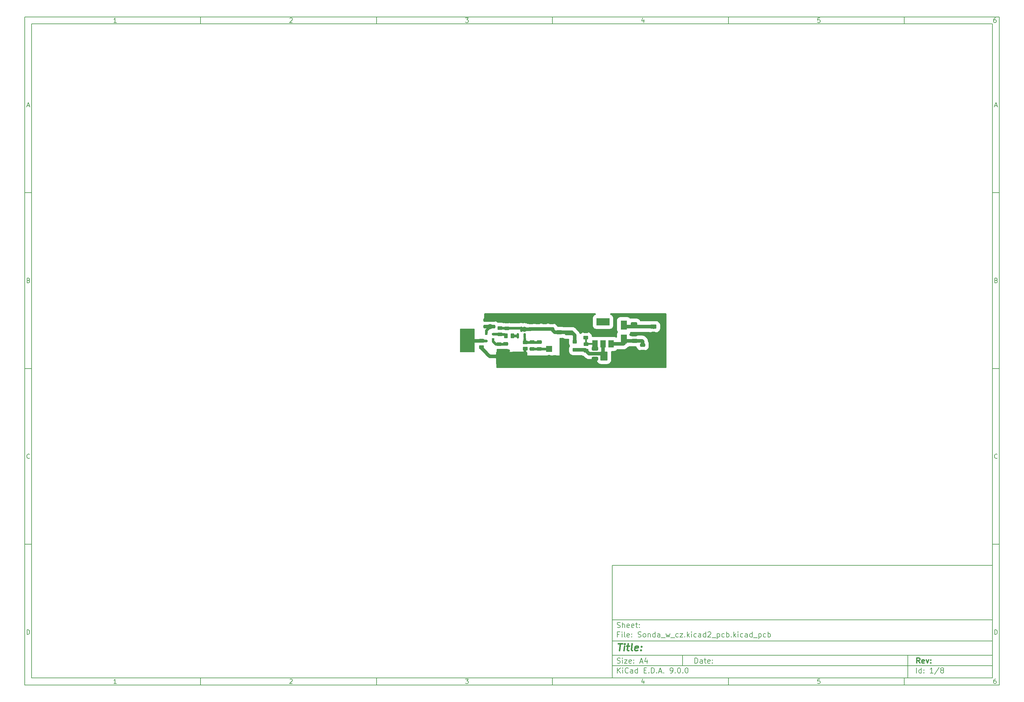
<source format=gtl>
%TF.GenerationSoftware,KiCad,Pcbnew,9.0.0*%
%TF.CreationDate,2025-03-20T15:23:59+01:00*%
%TF.ProjectId,Sonda_w_cz.kicad2_pcb,536f6e64-615f-4775-9f63-7a2e6b696361,rev?*%
%TF.SameCoordinates,Original*%
%TF.FileFunction,Copper,L1,Top*%
%TF.FilePolarity,Positive*%
%FSLAX46Y46*%
G04 Gerber Fmt 4.6, Leading zero omitted, Abs format (unit mm)*
G04 Created by KiCad (PCBNEW 9.0.0) date 2025-03-20 15:23:59*
%MOMM*%
%LPD*%
G01*
G04 APERTURE LIST*
G04 Aperture macros list*
%AMRoundRect*
0 Rectangle with rounded corners*
0 $1 Rounding radius*
0 $2 $3 $4 $5 $6 $7 $8 $9 X,Y pos of 4 corners*
0 Add a 4 corners polygon primitive as box body*
4,1,4,$2,$3,$4,$5,$6,$7,$8,$9,$2,$3,0*
0 Add four circle primitives for the rounded corners*
1,1,$1+$1,$2,$3*
1,1,$1+$1,$4,$5*
1,1,$1+$1,$6,$7*
1,1,$1+$1,$8,$9*
0 Add four rect primitives between the rounded corners*
20,1,$1+$1,$2,$3,$4,$5,0*
20,1,$1+$1,$4,$5,$6,$7,0*
20,1,$1+$1,$6,$7,$8,$9,0*
20,1,$1+$1,$8,$9,$2,$3,0*%
G04 Aperture macros list end*
%ADD10C,0.100000*%
%ADD11C,0.150000*%
%ADD12C,0.300000*%
%ADD13C,0.400000*%
%TA.AperFunction,Conductor*%
%ADD14C,0.200000*%
%TD*%
%TA.AperFunction,SMDPad,CuDef*%
%ADD15RoundRect,0.250000X0.350000X-0.275000X0.350000X0.275000X-0.350000X0.275000X-0.350000X-0.275000X0*%
%TD*%
%TA.AperFunction,SMDPad,CuDef*%
%ADD16RoundRect,0.250000X-0.650000X0.325000X-0.650000X-0.325000X0.650000X-0.325000X0.650000X0.325000X0*%
%TD*%
%TA.AperFunction,SMDPad,CuDef*%
%ADD17RoundRect,0.250000X0.262500X0.450000X-0.262500X0.450000X-0.262500X-0.450000X0.262500X-0.450000X0*%
%TD*%
%TA.AperFunction,SMDPad,CuDef*%
%ADD18RoundRect,0.250000X0.475000X-0.250000X0.475000X0.250000X-0.475000X0.250000X-0.475000X-0.250000X0*%
%TD*%
%TA.AperFunction,SMDPad,CuDef*%
%ADD19R,1.500000X2.000000*%
%TD*%
%TA.AperFunction,SMDPad,CuDef*%
%ADD20R,3.800000X2.000000*%
%TD*%
%TA.AperFunction,SMDPad,CuDef*%
%ADD21RoundRect,0.250000X-0.475000X0.250000X-0.475000X-0.250000X0.475000X-0.250000X0.475000X0.250000X0*%
%TD*%
%TA.AperFunction,SMDPad,CuDef*%
%ADD22RoundRect,0.250000X0.925000X-0.412500X0.925000X0.412500X-0.925000X0.412500X-0.925000X-0.412500X0*%
%TD*%
%TA.AperFunction,SMDPad,CuDef*%
%ADD23RoundRect,0.250000X0.450000X-0.262500X0.450000X0.262500X-0.450000X0.262500X-0.450000X-0.262500X0*%
%TD*%
%TA.AperFunction,SMDPad,CuDef*%
%ADD24R,0.700000X1.000000*%
%TD*%
%TA.AperFunction,SMDPad,CuDef*%
%ADD25R,0.700000X0.600000*%
%TD*%
%TA.AperFunction,ComponentPad*%
%ADD26R,1.700000X1.700000*%
%TD*%
%TA.AperFunction,ComponentPad*%
%ADD27O,1.700000X1.700000*%
%TD*%
%TA.AperFunction,ComponentPad*%
%ADD28RoundRect,0.250000X-0.625000X0.350000X-0.625000X-0.350000X0.625000X-0.350000X0.625000X0.350000X0*%
%TD*%
%TA.AperFunction,ComponentPad*%
%ADD29O,1.750000X1.200000*%
%TD*%
%TA.AperFunction,SMDPad,CuDef*%
%ADD30RoundRect,0.250000X-0.787500X-1.025000X0.787500X-1.025000X0.787500X1.025000X-0.787500X1.025000X0*%
%TD*%
%TA.AperFunction,SMDPad,CuDef*%
%ADD31RoundRect,0.250000X0.650000X-0.325000X0.650000X0.325000X-0.650000X0.325000X-0.650000X-0.325000X0*%
%TD*%
%TA.AperFunction,SMDPad,CuDef*%
%ADD32RoundRect,0.150000X0.150000X-0.587500X0.150000X0.587500X-0.150000X0.587500X-0.150000X-0.587500X0*%
%TD*%
%TA.AperFunction,SMDPad,CuDef*%
%ADD33R,1.800000X2.500000*%
%TD*%
%TA.AperFunction,ViaPad*%
%ADD34C,0.800000*%
%TD*%
%TA.AperFunction,ViaPad*%
%ADD35C,1.500000*%
%TD*%
%TA.AperFunction,ViaPad*%
%ADD36C,1.600000*%
%TD*%
%TA.AperFunction,Conductor*%
%ADD37C,1.000000*%
%TD*%
%TA.AperFunction,Conductor*%
%ADD38C,0.500000*%
%TD*%
%TA.AperFunction,Conductor*%
%ADD39C,0.800000*%
%TD*%
%TA.AperFunction,Conductor*%
%ADD40C,0.250000*%
%TD*%
%TA.AperFunction,Conductor*%
%ADD41C,0.700000*%
%TD*%
G04 APERTURE END LIST*
D10*
D11*
X177002200Y-166007200D02*
X285002200Y-166007200D01*
X285002200Y-198007200D01*
X177002200Y-198007200D01*
X177002200Y-166007200D01*
D10*
D11*
X10000000Y-10000000D02*
X287002200Y-10000000D01*
X287002200Y-200007200D01*
X10000000Y-200007200D01*
X10000000Y-10000000D01*
D10*
D11*
X12000000Y-12000000D02*
X285002200Y-12000000D01*
X285002200Y-198007200D01*
X12000000Y-198007200D01*
X12000000Y-12000000D01*
D10*
D11*
X60000000Y-12000000D02*
X60000000Y-10000000D01*
D10*
D11*
X110000000Y-12000000D02*
X110000000Y-10000000D01*
D10*
D11*
X160000000Y-12000000D02*
X160000000Y-10000000D01*
D10*
D11*
X210000000Y-12000000D02*
X210000000Y-10000000D01*
D10*
D11*
X260000000Y-12000000D02*
X260000000Y-10000000D01*
D10*
D11*
X36089160Y-11593604D02*
X35346303Y-11593604D01*
X35717731Y-11593604D02*
X35717731Y-10293604D01*
X35717731Y-10293604D02*
X35593922Y-10479319D01*
X35593922Y-10479319D02*
X35470112Y-10603128D01*
X35470112Y-10603128D02*
X35346303Y-10665033D01*
D10*
D11*
X85346303Y-10417414D02*
X85408207Y-10355509D01*
X85408207Y-10355509D02*
X85532017Y-10293604D01*
X85532017Y-10293604D02*
X85841541Y-10293604D01*
X85841541Y-10293604D02*
X85965350Y-10355509D01*
X85965350Y-10355509D02*
X86027255Y-10417414D01*
X86027255Y-10417414D02*
X86089160Y-10541223D01*
X86089160Y-10541223D02*
X86089160Y-10665033D01*
X86089160Y-10665033D02*
X86027255Y-10850747D01*
X86027255Y-10850747D02*
X85284398Y-11593604D01*
X85284398Y-11593604D02*
X86089160Y-11593604D01*
D10*
D11*
X135284398Y-10293604D02*
X136089160Y-10293604D01*
X136089160Y-10293604D02*
X135655826Y-10788842D01*
X135655826Y-10788842D02*
X135841541Y-10788842D01*
X135841541Y-10788842D02*
X135965350Y-10850747D01*
X135965350Y-10850747D02*
X136027255Y-10912652D01*
X136027255Y-10912652D02*
X136089160Y-11036461D01*
X136089160Y-11036461D02*
X136089160Y-11345985D01*
X136089160Y-11345985D02*
X136027255Y-11469795D01*
X136027255Y-11469795D02*
X135965350Y-11531700D01*
X135965350Y-11531700D02*
X135841541Y-11593604D01*
X135841541Y-11593604D02*
X135470112Y-11593604D01*
X135470112Y-11593604D02*
X135346303Y-11531700D01*
X135346303Y-11531700D02*
X135284398Y-11469795D01*
D10*
D11*
X185965350Y-10726938D02*
X185965350Y-11593604D01*
X185655826Y-10231700D02*
X185346303Y-11160271D01*
X185346303Y-11160271D02*
X186151064Y-11160271D01*
D10*
D11*
X236027255Y-10293604D02*
X235408207Y-10293604D01*
X235408207Y-10293604D02*
X235346303Y-10912652D01*
X235346303Y-10912652D02*
X235408207Y-10850747D01*
X235408207Y-10850747D02*
X235532017Y-10788842D01*
X235532017Y-10788842D02*
X235841541Y-10788842D01*
X235841541Y-10788842D02*
X235965350Y-10850747D01*
X235965350Y-10850747D02*
X236027255Y-10912652D01*
X236027255Y-10912652D02*
X236089160Y-11036461D01*
X236089160Y-11036461D02*
X236089160Y-11345985D01*
X236089160Y-11345985D02*
X236027255Y-11469795D01*
X236027255Y-11469795D02*
X235965350Y-11531700D01*
X235965350Y-11531700D02*
X235841541Y-11593604D01*
X235841541Y-11593604D02*
X235532017Y-11593604D01*
X235532017Y-11593604D02*
X235408207Y-11531700D01*
X235408207Y-11531700D02*
X235346303Y-11469795D01*
D10*
D11*
X285965350Y-10293604D02*
X285717731Y-10293604D01*
X285717731Y-10293604D02*
X285593922Y-10355509D01*
X285593922Y-10355509D02*
X285532017Y-10417414D01*
X285532017Y-10417414D02*
X285408207Y-10603128D01*
X285408207Y-10603128D02*
X285346303Y-10850747D01*
X285346303Y-10850747D02*
X285346303Y-11345985D01*
X285346303Y-11345985D02*
X285408207Y-11469795D01*
X285408207Y-11469795D02*
X285470112Y-11531700D01*
X285470112Y-11531700D02*
X285593922Y-11593604D01*
X285593922Y-11593604D02*
X285841541Y-11593604D01*
X285841541Y-11593604D02*
X285965350Y-11531700D01*
X285965350Y-11531700D02*
X286027255Y-11469795D01*
X286027255Y-11469795D02*
X286089160Y-11345985D01*
X286089160Y-11345985D02*
X286089160Y-11036461D01*
X286089160Y-11036461D02*
X286027255Y-10912652D01*
X286027255Y-10912652D02*
X285965350Y-10850747D01*
X285965350Y-10850747D02*
X285841541Y-10788842D01*
X285841541Y-10788842D02*
X285593922Y-10788842D01*
X285593922Y-10788842D02*
X285470112Y-10850747D01*
X285470112Y-10850747D02*
X285408207Y-10912652D01*
X285408207Y-10912652D02*
X285346303Y-11036461D01*
D10*
D11*
X60000000Y-198007200D02*
X60000000Y-200007200D01*
D10*
D11*
X110000000Y-198007200D02*
X110000000Y-200007200D01*
D10*
D11*
X160000000Y-198007200D02*
X160000000Y-200007200D01*
D10*
D11*
X210000000Y-198007200D02*
X210000000Y-200007200D01*
D10*
D11*
X260000000Y-198007200D02*
X260000000Y-200007200D01*
D10*
D11*
X36089160Y-199600804D02*
X35346303Y-199600804D01*
X35717731Y-199600804D02*
X35717731Y-198300804D01*
X35717731Y-198300804D02*
X35593922Y-198486519D01*
X35593922Y-198486519D02*
X35470112Y-198610328D01*
X35470112Y-198610328D02*
X35346303Y-198672233D01*
D10*
D11*
X85346303Y-198424614D02*
X85408207Y-198362709D01*
X85408207Y-198362709D02*
X85532017Y-198300804D01*
X85532017Y-198300804D02*
X85841541Y-198300804D01*
X85841541Y-198300804D02*
X85965350Y-198362709D01*
X85965350Y-198362709D02*
X86027255Y-198424614D01*
X86027255Y-198424614D02*
X86089160Y-198548423D01*
X86089160Y-198548423D02*
X86089160Y-198672233D01*
X86089160Y-198672233D02*
X86027255Y-198857947D01*
X86027255Y-198857947D02*
X85284398Y-199600804D01*
X85284398Y-199600804D02*
X86089160Y-199600804D01*
D10*
D11*
X135284398Y-198300804D02*
X136089160Y-198300804D01*
X136089160Y-198300804D02*
X135655826Y-198796042D01*
X135655826Y-198796042D02*
X135841541Y-198796042D01*
X135841541Y-198796042D02*
X135965350Y-198857947D01*
X135965350Y-198857947D02*
X136027255Y-198919852D01*
X136027255Y-198919852D02*
X136089160Y-199043661D01*
X136089160Y-199043661D02*
X136089160Y-199353185D01*
X136089160Y-199353185D02*
X136027255Y-199476995D01*
X136027255Y-199476995D02*
X135965350Y-199538900D01*
X135965350Y-199538900D02*
X135841541Y-199600804D01*
X135841541Y-199600804D02*
X135470112Y-199600804D01*
X135470112Y-199600804D02*
X135346303Y-199538900D01*
X135346303Y-199538900D02*
X135284398Y-199476995D01*
D10*
D11*
X185965350Y-198734138D02*
X185965350Y-199600804D01*
X185655826Y-198238900D02*
X185346303Y-199167471D01*
X185346303Y-199167471D02*
X186151064Y-199167471D01*
D10*
D11*
X236027255Y-198300804D02*
X235408207Y-198300804D01*
X235408207Y-198300804D02*
X235346303Y-198919852D01*
X235346303Y-198919852D02*
X235408207Y-198857947D01*
X235408207Y-198857947D02*
X235532017Y-198796042D01*
X235532017Y-198796042D02*
X235841541Y-198796042D01*
X235841541Y-198796042D02*
X235965350Y-198857947D01*
X235965350Y-198857947D02*
X236027255Y-198919852D01*
X236027255Y-198919852D02*
X236089160Y-199043661D01*
X236089160Y-199043661D02*
X236089160Y-199353185D01*
X236089160Y-199353185D02*
X236027255Y-199476995D01*
X236027255Y-199476995D02*
X235965350Y-199538900D01*
X235965350Y-199538900D02*
X235841541Y-199600804D01*
X235841541Y-199600804D02*
X235532017Y-199600804D01*
X235532017Y-199600804D02*
X235408207Y-199538900D01*
X235408207Y-199538900D02*
X235346303Y-199476995D01*
D10*
D11*
X285965350Y-198300804D02*
X285717731Y-198300804D01*
X285717731Y-198300804D02*
X285593922Y-198362709D01*
X285593922Y-198362709D02*
X285532017Y-198424614D01*
X285532017Y-198424614D02*
X285408207Y-198610328D01*
X285408207Y-198610328D02*
X285346303Y-198857947D01*
X285346303Y-198857947D02*
X285346303Y-199353185D01*
X285346303Y-199353185D02*
X285408207Y-199476995D01*
X285408207Y-199476995D02*
X285470112Y-199538900D01*
X285470112Y-199538900D02*
X285593922Y-199600804D01*
X285593922Y-199600804D02*
X285841541Y-199600804D01*
X285841541Y-199600804D02*
X285965350Y-199538900D01*
X285965350Y-199538900D02*
X286027255Y-199476995D01*
X286027255Y-199476995D02*
X286089160Y-199353185D01*
X286089160Y-199353185D02*
X286089160Y-199043661D01*
X286089160Y-199043661D02*
X286027255Y-198919852D01*
X286027255Y-198919852D02*
X285965350Y-198857947D01*
X285965350Y-198857947D02*
X285841541Y-198796042D01*
X285841541Y-198796042D02*
X285593922Y-198796042D01*
X285593922Y-198796042D02*
X285470112Y-198857947D01*
X285470112Y-198857947D02*
X285408207Y-198919852D01*
X285408207Y-198919852D02*
X285346303Y-199043661D01*
D10*
D11*
X10000000Y-60000000D02*
X12000000Y-60000000D01*
D10*
D11*
X10000000Y-110000000D02*
X12000000Y-110000000D01*
D10*
D11*
X10000000Y-160000000D02*
X12000000Y-160000000D01*
D10*
D11*
X10690476Y-35222176D02*
X11309523Y-35222176D01*
X10566666Y-35593604D02*
X10999999Y-34293604D01*
X10999999Y-34293604D02*
X11433333Y-35593604D01*
D10*
D11*
X11092857Y-84912652D02*
X11278571Y-84974557D01*
X11278571Y-84974557D02*
X11340476Y-85036461D01*
X11340476Y-85036461D02*
X11402380Y-85160271D01*
X11402380Y-85160271D02*
X11402380Y-85345985D01*
X11402380Y-85345985D02*
X11340476Y-85469795D01*
X11340476Y-85469795D02*
X11278571Y-85531700D01*
X11278571Y-85531700D02*
X11154761Y-85593604D01*
X11154761Y-85593604D02*
X10659523Y-85593604D01*
X10659523Y-85593604D02*
X10659523Y-84293604D01*
X10659523Y-84293604D02*
X11092857Y-84293604D01*
X11092857Y-84293604D02*
X11216666Y-84355509D01*
X11216666Y-84355509D02*
X11278571Y-84417414D01*
X11278571Y-84417414D02*
X11340476Y-84541223D01*
X11340476Y-84541223D02*
X11340476Y-84665033D01*
X11340476Y-84665033D02*
X11278571Y-84788842D01*
X11278571Y-84788842D02*
X11216666Y-84850747D01*
X11216666Y-84850747D02*
X11092857Y-84912652D01*
X11092857Y-84912652D02*
X10659523Y-84912652D01*
D10*
D11*
X11402380Y-135469795D02*
X11340476Y-135531700D01*
X11340476Y-135531700D02*
X11154761Y-135593604D01*
X11154761Y-135593604D02*
X11030952Y-135593604D01*
X11030952Y-135593604D02*
X10845238Y-135531700D01*
X10845238Y-135531700D02*
X10721428Y-135407890D01*
X10721428Y-135407890D02*
X10659523Y-135284080D01*
X10659523Y-135284080D02*
X10597619Y-135036461D01*
X10597619Y-135036461D02*
X10597619Y-134850747D01*
X10597619Y-134850747D02*
X10659523Y-134603128D01*
X10659523Y-134603128D02*
X10721428Y-134479319D01*
X10721428Y-134479319D02*
X10845238Y-134355509D01*
X10845238Y-134355509D02*
X11030952Y-134293604D01*
X11030952Y-134293604D02*
X11154761Y-134293604D01*
X11154761Y-134293604D02*
X11340476Y-134355509D01*
X11340476Y-134355509D02*
X11402380Y-134417414D01*
D10*
D11*
X10659523Y-185593604D02*
X10659523Y-184293604D01*
X10659523Y-184293604D02*
X10969047Y-184293604D01*
X10969047Y-184293604D02*
X11154761Y-184355509D01*
X11154761Y-184355509D02*
X11278571Y-184479319D01*
X11278571Y-184479319D02*
X11340476Y-184603128D01*
X11340476Y-184603128D02*
X11402380Y-184850747D01*
X11402380Y-184850747D02*
X11402380Y-185036461D01*
X11402380Y-185036461D02*
X11340476Y-185284080D01*
X11340476Y-185284080D02*
X11278571Y-185407890D01*
X11278571Y-185407890D02*
X11154761Y-185531700D01*
X11154761Y-185531700D02*
X10969047Y-185593604D01*
X10969047Y-185593604D02*
X10659523Y-185593604D01*
D10*
D11*
X287002200Y-60000000D02*
X285002200Y-60000000D01*
D10*
D11*
X287002200Y-110000000D02*
X285002200Y-110000000D01*
D10*
D11*
X287002200Y-160000000D02*
X285002200Y-160000000D01*
D10*
D11*
X285692676Y-35222176D02*
X286311723Y-35222176D01*
X285568866Y-35593604D02*
X286002199Y-34293604D01*
X286002199Y-34293604D02*
X286435533Y-35593604D01*
D10*
D11*
X286095057Y-84912652D02*
X286280771Y-84974557D01*
X286280771Y-84974557D02*
X286342676Y-85036461D01*
X286342676Y-85036461D02*
X286404580Y-85160271D01*
X286404580Y-85160271D02*
X286404580Y-85345985D01*
X286404580Y-85345985D02*
X286342676Y-85469795D01*
X286342676Y-85469795D02*
X286280771Y-85531700D01*
X286280771Y-85531700D02*
X286156961Y-85593604D01*
X286156961Y-85593604D02*
X285661723Y-85593604D01*
X285661723Y-85593604D02*
X285661723Y-84293604D01*
X285661723Y-84293604D02*
X286095057Y-84293604D01*
X286095057Y-84293604D02*
X286218866Y-84355509D01*
X286218866Y-84355509D02*
X286280771Y-84417414D01*
X286280771Y-84417414D02*
X286342676Y-84541223D01*
X286342676Y-84541223D02*
X286342676Y-84665033D01*
X286342676Y-84665033D02*
X286280771Y-84788842D01*
X286280771Y-84788842D02*
X286218866Y-84850747D01*
X286218866Y-84850747D02*
X286095057Y-84912652D01*
X286095057Y-84912652D02*
X285661723Y-84912652D01*
D10*
D11*
X286404580Y-135469795D02*
X286342676Y-135531700D01*
X286342676Y-135531700D02*
X286156961Y-135593604D01*
X286156961Y-135593604D02*
X286033152Y-135593604D01*
X286033152Y-135593604D02*
X285847438Y-135531700D01*
X285847438Y-135531700D02*
X285723628Y-135407890D01*
X285723628Y-135407890D02*
X285661723Y-135284080D01*
X285661723Y-135284080D02*
X285599819Y-135036461D01*
X285599819Y-135036461D02*
X285599819Y-134850747D01*
X285599819Y-134850747D02*
X285661723Y-134603128D01*
X285661723Y-134603128D02*
X285723628Y-134479319D01*
X285723628Y-134479319D02*
X285847438Y-134355509D01*
X285847438Y-134355509D02*
X286033152Y-134293604D01*
X286033152Y-134293604D02*
X286156961Y-134293604D01*
X286156961Y-134293604D02*
X286342676Y-134355509D01*
X286342676Y-134355509D02*
X286404580Y-134417414D01*
D10*
D11*
X285661723Y-185593604D02*
X285661723Y-184293604D01*
X285661723Y-184293604D02*
X285971247Y-184293604D01*
X285971247Y-184293604D02*
X286156961Y-184355509D01*
X286156961Y-184355509D02*
X286280771Y-184479319D01*
X286280771Y-184479319D02*
X286342676Y-184603128D01*
X286342676Y-184603128D02*
X286404580Y-184850747D01*
X286404580Y-184850747D02*
X286404580Y-185036461D01*
X286404580Y-185036461D02*
X286342676Y-185284080D01*
X286342676Y-185284080D02*
X286280771Y-185407890D01*
X286280771Y-185407890D02*
X286156961Y-185531700D01*
X286156961Y-185531700D02*
X285971247Y-185593604D01*
X285971247Y-185593604D02*
X285661723Y-185593604D01*
D10*
D11*
X200458026Y-193793328D02*
X200458026Y-192293328D01*
X200458026Y-192293328D02*
X200815169Y-192293328D01*
X200815169Y-192293328D02*
X201029455Y-192364757D01*
X201029455Y-192364757D02*
X201172312Y-192507614D01*
X201172312Y-192507614D02*
X201243741Y-192650471D01*
X201243741Y-192650471D02*
X201315169Y-192936185D01*
X201315169Y-192936185D02*
X201315169Y-193150471D01*
X201315169Y-193150471D02*
X201243741Y-193436185D01*
X201243741Y-193436185D02*
X201172312Y-193579042D01*
X201172312Y-193579042D02*
X201029455Y-193721900D01*
X201029455Y-193721900D02*
X200815169Y-193793328D01*
X200815169Y-193793328D02*
X200458026Y-193793328D01*
X202600884Y-193793328D02*
X202600884Y-193007614D01*
X202600884Y-193007614D02*
X202529455Y-192864757D01*
X202529455Y-192864757D02*
X202386598Y-192793328D01*
X202386598Y-192793328D02*
X202100884Y-192793328D01*
X202100884Y-192793328D02*
X201958026Y-192864757D01*
X202600884Y-193721900D02*
X202458026Y-193793328D01*
X202458026Y-193793328D02*
X202100884Y-193793328D01*
X202100884Y-193793328D02*
X201958026Y-193721900D01*
X201958026Y-193721900D02*
X201886598Y-193579042D01*
X201886598Y-193579042D02*
X201886598Y-193436185D01*
X201886598Y-193436185D02*
X201958026Y-193293328D01*
X201958026Y-193293328D02*
X202100884Y-193221900D01*
X202100884Y-193221900D02*
X202458026Y-193221900D01*
X202458026Y-193221900D02*
X202600884Y-193150471D01*
X203100884Y-192793328D02*
X203672312Y-192793328D01*
X203315169Y-192293328D02*
X203315169Y-193579042D01*
X203315169Y-193579042D02*
X203386598Y-193721900D01*
X203386598Y-193721900D02*
X203529455Y-193793328D01*
X203529455Y-193793328D02*
X203672312Y-193793328D01*
X204743741Y-193721900D02*
X204600884Y-193793328D01*
X204600884Y-193793328D02*
X204315170Y-193793328D01*
X204315170Y-193793328D02*
X204172312Y-193721900D01*
X204172312Y-193721900D02*
X204100884Y-193579042D01*
X204100884Y-193579042D02*
X204100884Y-193007614D01*
X204100884Y-193007614D02*
X204172312Y-192864757D01*
X204172312Y-192864757D02*
X204315170Y-192793328D01*
X204315170Y-192793328D02*
X204600884Y-192793328D01*
X204600884Y-192793328D02*
X204743741Y-192864757D01*
X204743741Y-192864757D02*
X204815170Y-193007614D01*
X204815170Y-193007614D02*
X204815170Y-193150471D01*
X204815170Y-193150471D02*
X204100884Y-193293328D01*
X205458026Y-193650471D02*
X205529455Y-193721900D01*
X205529455Y-193721900D02*
X205458026Y-193793328D01*
X205458026Y-193793328D02*
X205386598Y-193721900D01*
X205386598Y-193721900D02*
X205458026Y-193650471D01*
X205458026Y-193650471D02*
X205458026Y-193793328D01*
X205458026Y-192864757D02*
X205529455Y-192936185D01*
X205529455Y-192936185D02*
X205458026Y-193007614D01*
X205458026Y-193007614D02*
X205386598Y-192936185D01*
X205386598Y-192936185D02*
X205458026Y-192864757D01*
X205458026Y-192864757D02*
X205458026Y-193007614D01*
D10*
D11*
X177002200Y-194507200D02*
X285002200Y-194507200D01*
D10*
D11*
X178458026Y-196593328D02*
X178458026Y-195093328D01*
X179315169Y-196593328D02*
X178672312Y-195736185D01*
X179315169Y-195093328D02*
X178458026Y-195950471D01*
X179958026Y-196593328D02*
X179958026Y-195593328D01*
X179958026Y-195093328D02*
X179886598Y-195164757D01*
X179886598Y-195164757D02*
X179958026Y-195236185D01*
X179958026Y-195236185D02*
X180029455Y-195164757D01*
X180029455Y-195164757D02*
X179958026Y-195093328D01*
X179958026Y-195093328D02*
X179958026Y-195236185D01*
X181529455Y-196450471D02*
X181458027Y-196521900D01*
X181458027Y-196521900D02*
X181243741Y-196593328D01*
X181243741Y-196593328D02*
X181100884Y-196593328D01*
X181100884Y-196593328D02*
X180886598Y-196521900D01*
X180886598Y-196521900D02*
X180743741Y-196379042D01*
X180743741Y-196379042D02*
X180672312Y-196236185D01*
X180672312Y-196236185D02*
X180600884Y-195950471D01*
X180600884Y-195950471D02*
X180600884Y-195736185D01*
X180600884Y-195736185D02*
X180672312Y-195450471D01*
X180672312Y-195450471D02*
X180743741Y-195307614D01*
X180743741Y-195307614D02*
X180886598Y-195164757D01*
X180886598Y-195164757D02*
X181100884Y-195093328D01*
X181100884Y-195093328D02*
X181243741Y-195093328D01*
X181243741Y-195093328D02*
X181458027Y-195164757D01*
X181458027Y-195164757D02*
X181529455Y-195236185D01*
X182815170Y-196593328D02*
X182815170Y-195807614D01*
X182815170Y-195807614D02*
X182743741Y-195664757D01*
X182743741Y-195664757D02*
X182600884Y-195593328D01*
X182600884Y-195593328D02*
X182315170Y-195593328D01*
X182315170Y-195593328D02*
X182172312Y-195664757D01*
X182815170Y-196521900D02*
X182672312Y-196593328D01*
X182672312Y-196593328D02*
X182315170Y-196593328D01*
X182315170Y-196593328D02*
X182172312Y-196521900D01*
X182172312Y-196521900D02*
X182100884Y-196379042D01*
X182100884Y-196379042D02*
X182100884Y-196236185D01*
X182100884Y-196236185D02*
X182172312Y-196093328D01*
X182172312Y-196093328D02*
X182315170Y-196021900D01*
X182315170Y-196021900D02*
X182672312Y-196021900D01*
X182672312Y-196021900D02*
X182815170Y-195950471D01*
X184172313Y-196593328D02*
X184172313Y-195093328D01*
X184172313Y-196521900D02*
X184029455Y-196593328D01*
X184029455Y-196593328D02*
X183743741Y-196593328D01*
X183743741Y-196593328D02*
X183600884Y-196521900D01*
X183600884Y-196521900D02*
X183529455Y-196450471D01*
X183529455Y-196450471D02*
X183458027Y-196307614D01*
X183458027Y-196307614D02*
X183458027Y-195879042D01*
X183458027Y-195879042D02*
X183529455Y-195736185D01*
X183529455Y-195736185D02*
X183600884Y-195664757D01*
X183600884Y-195664757D02*
X183743741Y-195593328D01*
X183743741Y-195593328D02*
X184029455Y-195593328D01*
X184029455Y-195593328D02*
X184172313Y-195664757D01*
X186029455Y-195807614D02*
X186529455Y-195807614D01*
X186743741Y-196593328D02*
X186029455Y-196593328D01*
X186029455Y-196593328D02*
X186029455Y-195093328D01*
X186029455Y-195093328D02*
X186743741Y-195093328D01*
X187386598Y-196450471D02*
X187458027Y-196521900D01*
X187458027Y-196521900D02*
X187386598Y-196593328D01*
X187386598Y-196593328D02*
X187315170Y-196521900D01*
X187315170Y-196521900D02*
X187386598Y-196450471D01*
X187386598Y-196450471D02*
X187386598Y-196593328D01*
X188100884Y-196593328D02*
X188100884Y-195093328D01*
X188100884Y-195093328D02*
X188458027Y-195093328D01*
X188458027Y-195093328D02*
X188672313Y-195164757D01*
X188672313Y-195164757D02*
X188815170Y-195307614D01*
X188815170Y-195307614D02*
X188886599Y-195450471D01*
X188886599Y-195450471D02*
X188958027Y-195736185D01*
X188958027Y-195736185D02*
X188958027Y-195950471D01*
X188958027Y-195950471D02*
X188886599Y-196236185D01*
X188886599Y-196236185D02*
X188815170Y-196379042D01*
X188815170Y-196379042D02*
X188672313Y-196521900D01*
X188672313Y-196521900D02*
X188458027Y-196593328D01*
X188458027Y-196593328D02*
X188100884Y-196593328D01*
X189600884Y-196450471D02*
X189672313Y-196521900D01*
X189672313Y-196521900D02*
X189600884Y-196593328D01*
X189600884Y-196593328D02*
X189529456Y-196521900D01*
X189529456Y-196521900D02*
X189600884Y-196450471D01*
X189600884Y-196450471D02*
X189600884Y-196593328D01*
X190243742Y-196164757D02*
X190958028Y-196164757D01*
X190100885Y-196593328D02*
X190600885Y-195093328D01*
X190600885Y-195093328D02*
X191100885Y-196593328D01*
X191600884Y-196450471D02*
X191672313Y-196521900D01*
X191672313Y-196521900D02*
X191600884Y-196593328D01*
X191600884Y-196593328D02*
X191529456Y-196521900D01*
X191529456Y-196521900D02*
X191600884Y-196450471D01*
X191600884Y-196450471D02*
X191600884Y-196593328D01*
X193529456Y-196593328D02*
X193815170Y-196593328D01*
X193815170Y-196593328D02*
X193958027Y-196521900D01*
X193958027Y-196521900D02*
X194029456Y-196450471D01*
X194029456Y-196450471D02*
X194172313Y-196236185D01*
X194172313Y-196236185D02*
X194243742Y-195950471D01*
X194243742Y-195950471D02*
X194243742Y-195379042D01*
X194243742Y-195379042D02*
X194172313Y-195236185D01*
X194172313Y-195236185D02*
X194100885Y-195164757D01*
X194100885Y-195164757D02*
X193958027Y-195093328D01*
X193958027Y-195093328D02*
X193672313Y-195093328D01*
X193672313Y-195093328D02*
X193529456Y-195164757D01*
X193529456Y-195164757D02*
X193458027Y-195236185D01*
X193458027Y-195236185D02*
X193386599Y-195379042D01*
X193386599Y-195379042D02*
X193386599Y-195736185D01*
X193386599Y-195736185D02*
X193458027Y-195879042D01*
X193458027Y-195879042D02*
X193529456Y-195950471D01*
X193529456Y-195950471D02*
X193672313Y-196021900D01*
X193672313Y-196021900D02*
X193958027Y-196021900D01*
X193958027Y-196021900D02*
X194100885Y-195950471D01*
X194100885Y-195950471D02*
X194172313Y-195879042D01*
X194172313Y-195879042D02*
X194243742Y-195736185D01*
X194886598Y-196450471D02*
X194958027Y-196521900D01*
X194958027Y-196521900D02*
X194886598Y-196593328D01*
X194886598Y-196593328D02*
X194815170Y-196521900D01*
X194815170Y-196521900D02*
X194886598Y-196450471D01*
X194886598Y-196450471D02*
X194886598Y-196593328D01*
X195886599Y-195093328D02*
X196029456Y-195093328D01*
X196029456Y-195093328D02*
X196172313Y-195164757D01*
X196172313Y-195164757D02*
X196243742Y-195236185D01*
X196243742Y-195236185D02*
X196315170Y-195379042D01*
X196315170Y-195379042D02*
X196386599Y-195664757D01*
X196386599Y-195664757D02*
X196386599Y-196021900D01*
X196386599Y-196021900D02*
X196315170Y-196307614D01*
X196315170Y-196307614D02*
X196243742Y-196450471D01*
X196243742Y-196450471D02*
X196172313Y-196521900D01*
X196172313Y-196521900D02*
X196029456Y-196593328D01*
X196029456Y-196593328D02*
X195886599Y-196593328D01*
X195886599Y-196593328D02*
X195743742Y-196521900D01*
X195743742Y-196521900D02*
X195672313Y-196450471D01*
X195672313Y-196450471D02*
X195600884Y-196307614D01*
X195600884Y-196307614D02*
X195529456Y-196021900D01*
X195529456Y-196021900D02*
X195529456Y-195664757D01*
X195529456Y-195664757D02*
X195600884Y-195379042D01*
X195600884Y-195379042D02*
X195672313Y-195236185D01*
X195672313Y-195236185D02*
X195743742Y-195164757D01*
X195743742Y-195164757D02*
X195886599Y-195093328D01*
X197029455Y-196450471D02*
X197100884Y-196521900D01*
X197100884Y-196521900D02*
X197029455Y-196593328D01*
X197029455Y-196593328D02*
X196958027Y-196521900D01*
X196958027Y-196521900D02*
X197029455Y-196450471D01*
X197029455Y-196450471D02*
X197029455Y-196593328D01*
X198029456Y-195093328D02*
X198172313Y-195093328D01*
X198172313Y-195093328D02*
X198315170Y-195164757D01*
X198315170Y-195164757D02*
X198386599Y-195236185D01*
X198386599Y-195236185D02*
X198458027Y-195379042D01*
X198458027Y-195379042D02*
X198529456Y-195664757D01*
X198529456Y-195664757D02*
X198529456Y-196021900D01*
X198529456Y-196021900D02*
X198458027Y-196307614D01*
X198458027Y-196307614D02*
X198386599Y-196450471D01*
X198386599Y-196450471D02*
X198315170Y-196521900D01*
X198315170Y-196521900D02*
X198172313Y-196593328D01*
X198172313Y-196593328D02*
X198029456Y-196593328D01*
X198029456Y-196593328D02*
X197886599Y-196521900D01*
X197886599Y-196521900D02*
X197815170Y-196450471D01*
X197815170Y-196450471D02*
X197743741Y-196307614D01*
X197743741Y-196307614D02*
X197672313Y-196021900D01*
X197672313Y-196021900D02*
X197672313Y-195664757D01*
X197672313Y-195664757D02*
X197743741Y-195379042D01*
X197743741Y-195379042D02*
X197815170Y-195236185D01*
X197815170Y-195236185D02*
X197886599Y-195164757D01*
X197886599Y-195164757D02*
X198029456Y-195093328D01*
D10*
D11*
X177002200Y-191507200D02*
X285002200Y-191507200D01*
D10*
D12*
X264413853Y-193785528D02*
X263913853Y-193071242D01*
X263556710Y-193785528D02*
X263556710Y-192285528D01*
X263556710Y-192285528D02*
X264128139Y-192285528D01*
X264128139Y-192285528D02*
X264270996Y-192356957D01*
X264270996Y-192356957D02*
X264342425Y-192428385D01*
X264342425Y-192428385D02*
X264413853Y-192571242D01*
X264413853Y-192571242D02*
X264413853Y-192785528D01*
X264413853Y-192785528D02*
X264342425Y-192928385D01*
X264342425Y-192928385D02*
X264270996Y-192999814D01*
X264270996Y-192999814D02*
X264128139Y-193071242D01*
X264128139Y-193071242D02*
X263556710Y-193071242D01*
X265628139Y-193714100D02*
X265485282Y-193785528D01*
X265485282Y-193785528D02*
X265199568Y-193785528D01*
X265199568Y-193785528D02*
X265056710Y-193714100D01*
X265056710Y-193714100D02*
X264985282Y-193571242D01*
X264985282Y-193571242D02*
X264985282Y-192999814D01*
X264985282Y-192999814D02*
X265056710Y-192856957D01*
X265056710Y-192856957D02*
X265199568Y-192785528D01*
X265199568Y-192785528D02*
X265485282Y-192785528D01*
X265485282Y-192785528D02*
X265628139Y-192856957D01*
X265628139Y-192856957D02*
X265699568Y-192999814D01*
X265699568Y-192999814D02*
X265699568Y-193142671D01*
X265699568Y-193142671D02*
X264985282Y-193285528D01*
X266199567Y-192785528D02*
X266556710Y-193785528D01*
X266556710Y-193785528D02*
X266913853Y-192785528D01*
X267485281Y-193642671D02*
X267556710Y-193714100D01*
X267556710Y-193714100D02*
X267485281Y-193785528D01*
X267485281Y-193785528D02*
X267413853Y-193714100D01*
X267413853Y-193714100D02*
X267485281Y-193642671D01*
X267485281Y-193642671D02*
X267485281Y-193785528D01*
X267485281Y-192856957D02*
X267556710Y-192928385D01*
X267556710Y-192928385D02*
X267485281Y-192999814D01*
X267485281Y-192999814D02*
X267413853Y-192928385D01*
X267413853Y-192928385D02*
X267485281Y-192856957D01*
X267485281Y-192856957D02*
X267485281Y-192999814D01*
D10*
D11*
X178386598Y-193721900D02*
X178600884Y-193793328D01*
X178600884Y-193793328D02*
X178958026Y-193793328D01*
X178958026Y-193793328D02*
X179100884Y-193721900D01*
X179100884Y-193721900D02*
X179172312Y-193650471D01*
X179172312Y-193650471D02*
X179243741Y-193507614D01*
X179243741Y-193507614D02*
X179243741Y-193364757D01*
X179243741Y-193364757D02*
X179172312Y-193221900D01*
X179172312Y-193221900D02*
X179100884Y-193150471D01*
X179100884Y-193150471D02*
X178958026Y-193079042D01*
X178958026Y-193079042D02*
X178672312Y-193007614D01*
X178672312Y-193007614D02*
X178529455Y-192936185D01*
X178529455Y-192936185D02*
X178458026Y-192864757D01*
X178458026Y-192864757D02*
X178386598Y-192721900D01*
X178386598Y-192721900D02*
X178386598Y-192579042D01*
X178386598Y-192579042D02*
X178458026Y-192436185D01*
X178458026Y-192436185D02*
X178529455Y-192364757D01*
X178529455Y-192364757D02*
X178672312Y-192293328D01*
X178672312Y-192293328D02*
X179029455Y-192293328D01*
X179029455Y-192293328D02*
X179243741Y-192364757D01*
X179886597Y-193793328D02*
X179886597Y-192793328D01*
X179886597Y-192293328D02*
X179815169Y-192364757D01*
X179815169Y-192364757D02*
X179886597Y-192436185D01*
X179886597Y-192436185D02*
X179958026Y-192364757D01*
X179958026Y-192364757D02*
X179886597Y-192293328D01*
X179886597Y-192293328D02*
X179886597Y-192436185D01*
X180458026Y-192793328D02*
X181243741Y-192793328D01*
X181243741Y-192793328D02*
X180458026Y-193793328D01*
X180458026Y-193793328D02*
X181243741Y-193793328D01*
X182386598Y-193721900D02*
X182243741Y-193793328D01*
X182243741Y-193793328D02*
X181958027Y-193793328D01*
X181958027Y-193793328D02*
X181815169Y-193721900D01*
X181815169Y-193721900D02*
X181743741Y-193579042D01*
X181743741Y-193579042D02*
X181743741Y-193007614D01*
X181743741Y-193007614D02*
X181815169Y-192864757D01*
X181815169Y-192864757D02*
X181958027Y-192793328D01*
X181958027Y-192793328D02*
X182243741Y-192793328D01*
X182243741Y-192793328D02*
X182386598Y-192864757D01*
X182386598Y-192864757D02*
X182458027Y-193007614D01*
X182458027Y-193007614D02*
X182458027Y-193150471D01*
X182458027Y-193150471D02*
X181743741Y-193293328D01*
X183100883Y-193650471D02*
X183172312Y-193721900D01*
X183172312Y-193721900D02*
X183100883Y-193793328D01*
X183100883Y-193793328D02*
X183029455Y-193721900D01*
X183029455Y-193721900D02*
X183100883Y-193650471D01*
X183100883Y-193650471D02*
X183100883Y-193793328D01*
X183100883Y-192864757D02*
X183172312Y-192936185D01*
X183172312Y-192936185D02*
X183100883Y-193007614D01*
X183100883Y-193007614D02*
X183029455Y-192936185D01*
X183029455Y-192936185D02*
X183100883Y-192864757D01*
X183100883Y-192864757D02*
X183100883Y-193007614D01*
X184886598Y-193364757D02*
X185600884Y-193364757D01*
X184743741Y-193793328D02*
X185243741Y-192293328D01*
X185243741Y-192293328D02*
X185743741Y-193793328D01*
X186886598Y-192793328D02*
X186886598Y-193793328D01*
X186529455Y-192221900D02*
X186172312Y-193293328D01*
X186172312Y-193293328D02*
X187100883Y-193293328D01*
D10*
D11*
X263458026Y-196593328D02*
X263458026Y-195093328D01*
X264815170Y-196593328D02*
X264815170Y-195093328D01*
X264815170Y-196521900D02*
X264672312Y-196593328D01*
X264672312Y-196593328D02*
X264386598Y-196593328D01*
X264386598Y-196593328D02*
X264243741Y-196521900D01*
X264243741Y-196521900D02*
X264172312Y-196450471D01*
X264172312Y-196450471D02*
X264100884Y-196307614D01*
X264100884Y-196307614D02*
X264100884Y-195879042D01*
X264100884Y-195879042D02*
X264172312Y-195736185D01*
X264172312Y-195736185D02*
X264243741Y-195664757D01*
X264243741Y-195664757D02*
X264386598Y-195593328D01*
X264386598Y-195593328D02*
X264672312Y-195593328D01*
X264672312Y-195593328D02*
X264815170Y-195664757D01*
X265529455Y-196450471D02*
X265600884Y-196521900D01*
X265600884Y-196521900D02*
X265529455Y-196593328D01*
X265529455Y-196593328D02*
X265458027Y-196521900D01*
X265458027Y-196521900D02*
X265529455Y-196450471D01*
X265529455Y-196450471D02*
X265529455Y-196593328D01*
X265529455Y-195664757D02*
X265600884Y-195736185D01*
X265600884Y-195736185D02*
X265529455Y-195807614D01*
X265529455Y-195807614D02*
X265458027Y-195736185D01*
X265458027Y-195736185D02*
X265529455Y-195664757D01*
X265529455Y-195664757D02*
X265529455Y-195807614D01*
X268172313Y-196593328D02*
X267315170Y-196593328D01*
X267743741Y-196593328D02*
X267743741Y-195093328D01*
X267743741Y-195093328D02*
X267600884Y-195307614D01*
X267600884Y-195307614D02*
X267458027Y-195450471D01*
X267458027Y-195450471D02*
X267315170Y-195521900D01*
X269886598Y-195021900D02*
X268600884Y-196950471D01*
X270600884Y-195736185D02*
X270458027Y-195664757D01*
X270458027Y-195664757D02*
X270386598Y-195593328D01*
X270386598Y-195593328D02*
X270315170Y-195450471D01*
X270315170Y-195450471D02*
X270315170Y-195379042D01*
X270315170Y-195379042D02*
X270386598Y-195236185D01*
X270386598Y-195236185D02*
X270458027Y-195164757D01*
X270458027Y-195164757D02*
X270600884Y-195093328D01*
X270600884Y-195093328D02*
X270886598Y-195093328D01*
X270886598Y-195093328D02*
X271029456Y-195164757D01*
X271029456Y-195164757D02*
X271100884Y-195236185D01*
X271100884Y-195236185D02*
X271172313Y-195379042D01*
X271172313Y-195379042D02*
X271172313Y-195450471D01*
X271172313Y-195450471D02*
X271100884Y-195593328D01*
X271100884Y-195593328D02*
X271029456Y-195664757D01*
X271029456Y-195664757D02*
X270886598Y-195736185D01*
X270886598Y-195736185D02*
X270600884Y-195736185D01*
X270600884Y-195736185D02*
X270458027Y-195807614D01*
X270458027Y-195807614D02*
X270386598Y-195879042D01*
X270386598Y-195879042D02*
X270315170Y-196021900D01*
X270315170Y-196021900D02*
X270315170Y-196307614D01*
X270315170Y-196307614D02*
X270386598Y-196450471D01*
X270386598Y-196450471D02*
X270458027Y-196521900D01*
X270458027Y-196521900D02*
X270600884Y-196593328D01*
X270600884Y-196593328D02*
X270886598Y-196593328D01*
X270886598Y-196593328D02*
X271029456Y-196521900D01*
X271029456Y-196521900D02*
X271100884Y-196450471D01*
X271100884Y-196450471D02*
X271172313Y-196307614D01*
X271172313Y-196307614D02*
X271172313Y-196021900D01*
X271172313Y-196021900D02*
X271100884Y-195879042D01*
X271100884Y-195879042D02*
X271029456Y-195807614D01*
X271029456Y-195807614D02*
X270886598Y-195736185D01*
D10*
D11*
X177002200Y-187507200D02*
X285002200Y-187507200D01*
D10*
D13*
X178693928Y-188211638D02*
X179836785Y-188211638D01*
X179015357Y-190211638D02*
X179265357Y-188211638D01*
X180253452Y-190211638D02*
X180420119Y-188878304D01*
X180503452Y-188211638D02*
X180396309Y-188306876D01*
X180396309Y-188306876D02*
X180479643Y-188402114D01*
X180479643Y-188402114D02*
X180586786Y-188306876D01*
X180586786Y-188306876D02*
X180503452Y-188211638D01*
X180503452Y-188211638D02*
X180479643Y-188402114D01*
X181086786Y-188878304D02*
X181848690Y-188878304D01*
X181455833Y-188211638D02*
X181241548Y-189925923D01*
X181241548Y-189925923D02*
X181312976Y-190116400D01*
X181312976Y-190116400D02*
X181491548Y-190211638D01*
X181491548Y-190211638D02*
X181682024Y-190211638D01*
X182634405Y-190211638D02*
X182455833Y-190116400D01*
X182455833Y-190116400D02*
X182384405Y-189925923D01*
X182384405Y-189925923D02*
X182598690Y-188211638D01*
X184170119Y-190116400D02*
X183967738Y-190211638D01*
X183967738Y-190211638D02*
X183586785Y-190211638D01*
X183586785Y-190211638D02*
X183408214Y-190116400D01*
X183408214Y-190116400D02*
X183336785Y-189925923D01*
X183336785Y-189925923D02*
X183432024Y-189164019D01*
X183432024Y-189164019D02*
X183551071Y-188973542D01*
X183551071Y-188973542D02*
X183753452Y-188878304D01*
X183753452Y-188878304D02*
X184134404Y-188878304D01*
X184134404Y-188878304D02*
X184312976Y-188973542D01*
X184312976Y-188973542D02*
X184384404Y-189164019D01*
X184384404Y-189164019D02*
X184360595Y-189354495D01*
X184360595Y-189354495D02*
X183384404Y-189544971D01*
X185134405Y-190021161D02*
X185217738Y-190116400D01*
X185217738Y-190116400D02*
X185110595Y-190211638D01*
X185110595Y-190211638D02*
X185027262Y-190116400D01*
X185027262Y-190116400D02*
X185134405Y-190021161D01*
X185134405Y-190021161D02*
X185110595Y-190211638D01*
X185265357Y-188973542D02*
X185348690Y-189068780D01*
X185348690Y-189068780D02*
X185241548Y-189164019D01*
X185241548Y-189164019D02*
X185158214Y-189068780D01*
X185158214Y-189068780D02*
X185265357Y-188973542D01*
X185265357Y-188973542D02*
X185241548Y-189164019D01*
D10*
D11*
X178958026Y-185607614D02*
X178458026Y-185607614D01*
X178458026Y-186393328D02*
X178458026Y-184893328D01*
X178458026Y-184893328D02*
X179172312Y-184893328D01*
X179743740Y-186393328D02*
X179743740Y-185393328D01*
X179743740Y-184893328D02*
X179672312Y-184964757D01*
X179672312Y-184964757D02*
X179743740Y-185036185D01*
X179743740Y-185036185D02*
X179815169Y-184964757D01*
X179815169Y-184964757D02*
X179743740Y-184893328D01*
X179743740Y-184893328D02*
X179743740Y-185036185D01*
X180672312Y-186393328D02*
X180529455Y-186321900D01*
X180529455Y-186321900D02*
X180458026Y-186179042D01*
X180458026Y-186179042D02*
X180458026Y-184893328D01*
X181815169Y-186321900D02*
X181672312Y-186393328D01*
X181672312Y-186393328D02*
X181386598Y-186393328D01*
X181386598Y-186393328D02*
X181243740Y-186321900D01*
X181243740Y-186321900D02*
X181172312Y-186179042D01*
X181172312Y-186179042D02*
X181172312Y-185607614D01*
X181172312Y-185607614D02*
X181243740Y-185464757D01*
X181243740Y-185464757D02*
X181386598Y-185393328D01*
X181386598Y-185393328D02*
X181672312Y-185393328D01*
X181672312Y-185393328D02*
X181815169Y-185464757D01*
X181815169Y-185464757D02*
X181886598Y-185607614D01*
X181886598Y-185607614D02*
X181886598Y-185750471D01*
X181886598Y-185750471D02*
X181172312Y-185893328D01*
X182529454Y-186250471D02*
X182600883Y-186321900D01*
X182600883Y-186321900D02*
X182529454Y-186393328D01*
X182529454Y-186393328D02*
X182458026Y-186321900D01*
X182458026Y-186321900D02*
X182529454Y-186250471D01*
X182529454Y-186250471D02*
X182529454Y-186393328D01*
X182529454Y-185464757D02*
X182600883Y-185536185D01*
X182600883Y-185536185D02*
X182529454Y-185607614D01*
X182529454Y-185607614D02*
X182458026Y-185536185D01*
X182458026Y-185536185D02*
X182529454Y-185464757D01*
X182529454Y-185464757D02*
X182529454Y-185607614D01*
X184315169Y-186321900D02*
X184529455Y-186393328D01*
X184529455Y-186393328D02*
X184886597Y-186393328D01*
X184886597Y-186393328D02*
X185029455Y-186321900D01*
X185029455Y-186321900D02*
X185100883Y-186250471D01*
X185100883Y-186250471D02*
X185172312Y-186107614D01*
X185172312Y-186107614D02*
X185172312Y-185964757D01*
X185172312Y-185964757D02*
X185100883Y-185821900D01*
X185100883Y-185821900D02*
X185029455Y-185750471D01*
X185029455Y-185750471D02*
X184886597Y-185679042D01*
X184886597Y-185679042D02*
X184600883Y-185607614D01*
X184600883Y-185607614D02*
X184458026Y-185536185D01*
X184458026Y-185536185D02*
X184386597Y-185464757D01*
X184386597Y-185464757D02*
X184315169Y-185321900D01*
X184315169Y-185321900D02*
X184315169Y-185179042D01*
X184315169Y-185179042D02*
X184386597Y-185036185D01*
X184386597Y-185036185D02*
X184458026Y-184964757D01*
X184458026Y-184964757D02*
X184600883Y-184893328D01*
X184600883Y-184893328D02*
X184958026Y-184893328D01*
X184958026Y-184893328D02*
X185172312Y-184964757D01*
X186029454Y-186393328D02*
X185886597Y-186321900D01*
X185886597Y-186321900D02*
X185815168Y-186250471D01*
X185815168Y-186250471D02*
X185743740Y-186107614D01*
X185743740Y-186107614D02*
X185743740Y-185679042D01*
X185743740Y-185679042D02*
X185815168Y-185536185D01*
X185815168Y-185536185D02*
X185886597Y-185464757D01*
X185886597Y-185464757D02*
X186029454Y-185393328D01*
X186029454Y-185393328D02*
X186243740Y-185393328D01*
X186243740Y-185393328D02*
X186386597Y-185464757D01*
X186386597Y-185464757D02*
X186458026Y-185536185D01*
X186458026Y-185536185D02*
X186529454Y-185679042D01*
X186529454Y-185679042D02*
X186529454Y-186107614D01*
X186529454Y-186107614D02*
X186458026Y-186250471D01*
X186458026Y-186250471D02*
X186386597Y-186321900D01*
X186386597Y-186321900D02*
X186243740Y-186393328D01*
X186243740Y-186393328D02*
X186029454Y-186393328D01*
X187172311Y-185393328D02*
X187172311Y-186393328D01*
X187172311Y-185536185D02*
X187243740Y-185464757D01*
X187243740Y-185464757D02*
X187386597Y-185393328D01*
X187386597Y-185393328D02*
X187600883Y-185393328D01*
X187600883Y-185393328D02*
X187743740Y-185464757D01*
X187743740Y-185464757D02*
X187815169Y-185607614D01*
X187815169Y-185607614D02*
X187815169Y-186393328D01*
X189172312Y-186393328D02*
X189172312Y-184893328D01*
X189172312Y-186321900D02*
X189029454Y-186393328D01*
X189029454Y-186393328D02*
X188743740Y-186393328D01*
X188743740Y-186393328D02*
X188600883Y-186321900D01*
X188600883Y-186321900D02*
X188529454Y-186250471D01*
X188529454Y-186250471D02*
X188458026Y-186107614D01*
X188458026Y-186107614D02*
X188458026Y-185679042D01*
X188458026Y-185679042D02*
X188529454Y-185536185D01*
X188529454Y-185536185D02*
X188600883Y-185464757D01*
X188600883Y-185464757D02*
X188743740Y-185393328D01*
X188743740Y-185393328D02*
X189029454Y-185393328D01*
X189029454Y-185393328D02*
X189172312Y-185464757D01*
X190529455Y-186393328D02*
X190529455Y-185607614D01*
X190529455Y-185607614D02*
X190458026Y-185464757D01*
X190458026Y-185464757D02*
X190315169Y-185393328D01*
X190315169Y-185393328D02*
X190029455Y-185393328D01*
X190029455Y-185393328D02*
X189886597Y-185464757D01*
X190529455Y-186321900D02*
X190386597Y-186393328D01*
X190386597Y-186393328D02*
X190029455Y-186393328D01*
X190029455Y-186393328D02*
X189886597Y-186321900D01*
X189886597Y-186321900D02*
X189815169Y-186179042D01*
X189815169Y-186179042D02*
X189815169Y-186036185D01*
X189815169Y-186036185D02*
X189886597Y-185893328D01*
X189886597Y-185893328D02*
X190029455Y-185821900D01*
X190029455Y-185821900D02*
X190386597Y-185821900D01*
X190386597Y-185821900D02*
X190529455Y-185750471D01*
X190886598Y-186536185D02*
X192029455Y-186536185D01*
X192243740Y-185393328D02*
X192529455Y-186393328D01*
X192529455Y-186393328D02*
X192815169Y-185679042D01*
X192815169Y-185679042D02*
X193100883Y-186393328D01*
X193100883Y-186393328D02*
X193386597Y-185393328D01*
X193600884Y-186536185D02*
X194743741Y-186536185D01*
X195743741Y-186321900D02*
X195600883Y-186393328D01*
X195600883Y-186393328D02*
X195315169Y-186393328D01*
X195315169Y-186393328D02*
X195172312Y-186321900D01*
X195172312Y-186321900D02*
X195100883Y-186250471D01*
X195100883Y-186250471D02*
X195029455Y-186107614D01*
X195029455Y-186107614D02*
X195029455Y-185679042D01*
X195029455Y-185679042D02*
X195100883Y-185536185D01*
X195100883Y-185536185D02*
X195172312Y-185464757D01*
X195172312Y-185464757D02*
X195315169Y-185393328D01*
X195315169Y-185393328D02*
X195600883Y-185393328D01*
X195600883Y-185393328D02*
X195743741Y-185464757D01*
X196243740Y-185393328D02*
X197029455Y-185393328D01*
X197029455Y-185393328D02*
X196243740Y-186393328D01*
X196243740Y-186393328D02*
X197029455Y-186393328D01*
X197600883Y-186250471D02*
X197672312Y-186321900D01*
X197672312Y-186321900D02*
X197600883Y-186393328D01*
X197600883Y-186393328D02*
X197529455Y-186321900D01*
X197529455Y-186321900D02*
X197600883Y-186250471D01*
X197600883Y-186250471D02*
X197600883Y-186393328D01*
X198315169Y-186393328D02*
X198315169Y-184893328D01*
X198458027Y-185821900D02*
X198886598Y-186393328D01*
X198886598Y-185393328D02*
X198315169Y-185964757D01*
X199529455Y-186393328D02*
X199529455Y-185393328D01*
X199529455Y-184893328D02*
X199458027Y-184964757D01*
X199458027Y-184964757D02*
X199529455Y-185036185D01*
X199529455Y-185036185D02*
X199600884Y-184964757D01*
X199600884Y-184964757D02*
X199529455Y-184893328D01*
X199529455Y-184893328D02*
X199529455Y-185036185D01*
X200886599Y-186321900D02*
X200743741Y-186393328D01*
X200743741Y-186393328D02*
X200458027Y-186393328D01*
X200458027Y-186393328D02*
X200315170Y-186321900D01*
X200315170Y-186321900D02*
X200243741Y-186250471D01*
X200243741Y-186250471D02*
X200172313Y-186107614D01*
X200172313Y-186107614D02*
X200172313Y-185679042D01*
X200172313Y-185679042D02*
X200243741Y-185536185D01*
X200243741Y-185536185D02*
X200315170Y-185464757D01*
X200315170Y-185464757D02*
X200458027Y-185393328D01*
X200458027Y-185393328D02*
X200743741Y-185393328D01*
X200743741Y-185393328D02*
X200886599Y-185464757D01*
X202172313Y-186393328D02*
X202172313Y-185607614D01*
X202172313Y-185607614D02*
X202100884Y-185464757D01*
X202100884Y-185464757D02*
X201958027Y-185393328D01*
X201958027Y-185393328D02*
X201672313Y-185393328D01*
X201672313Y-185393328D02*
X201529455Y-185464757D01*
X202172313Y-186321900D02*
X202029455Y-186393328D01*
X202029455Y-186393328D02*
X201672313Y-186393328D01*
X201672313Y-186393328D02*
X201529455Y-186321900D01*
X201529455Y-186321900D02*
X201458027Y-186179042D01*
X201458027Y-186179042D02*
X201458027Y-186036185D01*
X201458027Y-186036185D02*
X201529455Y-185893328D01*
X201529455Y-185893328D02*
X201672313Y-185821900D01*
X201672313Y-185821900D02*
X202029455Y-185821900D01*
X202029455Y-185821900D02*
X202172313Y-185750471D01*
X203529456Y-186393328D02*
X203529456Y-184893328D01*
X203529456Y-186321900D02*
X203386598Y-186393328D01*
X203386598Y-186393328D02*
X203100884Y-186393328D01*
X203100884Y-186393328D02*
X202958027Y-186321900D01*
X202958027Y-186321900D02*
X202886598Y-186250471D01*
X202886598Y-186250471D02*
X202815170Y-186107614D01*
X202815170Y-186107614D02*
X202815170Y-185679042D01*
X202815170Y-185679042D02*
X202886598Y-185536185D01*
X202886598Y-185536185D02*
X202958027Y-185464757D01*
X202958027Y-185464757D02*
X203100884Y-185393328D01*
X203100884Y-185393328D02*
X203386598Y-185393328D01*
X203386598Y-185393328D02*
X203529456Y-185464757D01*
X204172313Y-185036185D02*
X204243741Y-184964757D01*
X204243741Y-184964757D02*
X204386599Y-184893328D01*
X204386599Y-184893328D02*
X204743741Y-184893328D01*
X204743741Y-184893328D02*
X204886599Y-184964757D01*
X204886599Y-184964757D02*
X204958027Y-185036185D01*
X204958027Y-185036185D02*
X205029456Y-185179042D01*
X205029456Y-185179042D02*
X205029456Y-185321900D01*
X205029456Y-185321900D02*
X204958027Y-185536185D01*
X204958027Y-185536185D02*
X204100884Y-186393328D01*
X204100884Y-186393328D02*
X205029456Y-186393328D01*
X205315170Y-186536185D02*
X206458027Y-186536185D01*
X206815169Y-185393328D02*
X206815169Y-186893328D01*
X206815169Y-185464757D02*
X206958027Y-185393328D01*
X206958027Y-185393328D02*
X207243741Y-185393328D01*
X207243741Y-185393328D02*
X207386598Y-185464757D01*
X207386598Y-185464757D02*
X207458027Y-185536185D01*
X207458027Y-185536185D02*
X207529455Y-185679042D01*
X207529455Y-185679042D02*
X207529455Y-186107614D01*
X207529455Y-186107614D02*
X207458027Y-186250471D01*
X207458027Y-186250471D02*
X207386598Y-186321900D01*
X207386598Y-186321900D02*
X207243741Y-186393328D01*
X207243741Y-186393328D02*
X206958027Y-186393328D01*
X206958027Y-186393328D02*
X206815169Y-186321900D01*
X208815170Y-186321900D02*
X208672312Y-186393328D01*
X208672312Y-186393328D02*
X208386598Y-186393328D01*
X208386598Y-186393328D02*
X208243741Y-186321900D01*
X208243741Y-186321900D02*
X208172312Y-186250471D01*
X208172312Y-186250471D02*
X208100884Y-186107614D01*
X208100884Y-186107614D02*
X208100884Y-185679042D01*
X208100884Y-185679042D02*
X208172312Y-185536185D01*
X208172312Y-185536185D02*
X208243741Y-185464757D01*
X208243741Y-185464757D02*
X208386598Y-185393328D01*
X208386598Y-185393328D02*
X208672312Y-185393328D01*
X208672312Y-185393328D02*
X208815170Y-185464757D01*
X209458026Y-186393328D02*
X209458026Y-184893328D01*
X209458026Y-185464757D02*
X209600884Y-185393328D01*
X209600884Y-185393328D02*
X209886598Y-185393328D01*
X209886598Y-185393328D02*
X210029455Y-185464757D01*
X210029455Y-185464757D02*
X210100884Y-185536185D01*
X210100884Y-185536185D02*
X210172312Y-185679042D01*
X210172312Y-185679042D02*
X210172312Y-186107614D01*
X210172312Y-186107614D02*
X210100884Y-186250471D01*
X210100884Y-186250471D02*
X210029455Y-186321900D01*
X210029455Y-186321900D02*
X209886598Y-186393328D01*
X209886598Y-186393328D02*
X209600884Y-186393328D01*
X209600884Y-186393328D02*
X209458026Y-186321900D01*
X210815169Y-186250471D02*
X210886598Y-186321900D01*
X210886598Y-186321900D02*
X210815169Y-186393328D01*
X210815169Y-186393328D02*
X210743741Y-186321900D01*
X210743741Y-186321900D02*
X210815169Y-186250471D01*
X210815169Y-186250471D02*
X210815169Y-186393328D01*
X211529455Y-186393328D02*
X211529455Y-184893328D01*
X211672313Y-185821900D02*
X212100884Y-186393328D01*
X212100884Y-185393328D02*
X211529455Y-185964757D01*
X212743741Y-186393328D02*
X212743741Y-185393328D01*
X212743741Y-184893328D02*
X212672313Y-184964757D01*
X212672313Y-184964757D02*
X212743741Y-185036185D01*
X212743741Y-185036185D02*
X212815170Y-184964757D01*
X212815170Y-184964757D02*
X212743741Y-184893328D01*
X212743741Y-184893328D02*
X212743741Y-185036185D01*
X214100885Y-186321900D02*
X213958027Y-186393328D01*
X213958027Y-186393328D02*
X213672313Y-186393328D01*
X213672313Y-186393328D02*
X213529456Y-186321900D01*
X213529456Y-186321900D02*
X213458027Y-186250471D01*
X213458027Y-186250471D02*
X213386599Y-186107614D01*
X213386599Y-186107614D02*
X213386599Y-185679042D01*
X213386599Y-185679042D02*
X213458027Y-185536185D01*
X213458027Y-185536185D02*
X213529456Y-185464757D01*
X213529456Y-185464757D02*
X213672313Y-185393328D01*
X213672313Y-185393328D02*
X213958027Y-185393328D01*
X213958027Y-185393328D02*
X214100885Y-185464757D01*
X215386599Y-186393328D02*
X215386599Y-185607614D01*
X215386599Y-185607614D02*
X215315170Y-185464757D01*
X215315170Y-185464757D02*
X215172313Y-185393328D01*
X215172313Y-185393328D02*
X214886599Y-185393328D01*
X214886599Y-185393328D02*
X214743741Y-185464757D01*
X215386599Y-186321900D02*
X215243741Y-186393328D01*
X215243741Y-186393328D02*
X214886599Y-186393328D01*
X214886599Y-186393328D02*
X214743741Y-186321900D01*
X214743741Y-186321900D02*
X214672313Y-186179042D01*
X214672313Y-186179042D02*
X214672313Y-186036185D01*
X214672313Y-186036185D02*
X214743741Y-185893328D01*
X214743741Y-185893328D02*
X214886599Y-185821900D01*
X214886599Y-185821900D02*
X215243741Y-185821900D01*
X215243741Y-185821900D02*
X215386599Y-185750471D01*
X216743742Y-186393328D02*
X216743742Y-184893328D01*
X216743742Y-186321900D02*
X216600884Y-186393328D01*
X216600884Y-186393328D02*
X216315170Y-186393328D01*
X216315170Y-186393328D02*
X216172313Y-186321900D01*
X216172313Y-186321900D02*
X216100884Y-186250471D01*
X216100884Y-186250471D02*
X216029456Y-186107614D01*
X216029456Y-186107614D02*
X216029456Y-185679042D01*
X216029456Y-185679042D02*
X216100884Y-185536185D01*
X216100884Y-185536185D02*
X216172313Y-185464757D01*
X216172313Y-185464757D02*
X216315170Y-185393328D01*
X216315170Y-185393328D02*
X216600884Y-185393328D01*
X216600884Y-185393328D02*
X216743742Y-185464757D01*
X217100885Y-186536185D02*
X218243742Y-186536185D01*
X218600884Y-185393328D02*
X218600884Y-186893328D01*
X218600884Y-185464757D02*
X218743742Y-185393328D01*
X218743742Y-185393328D02*
X219029456Y-185393328D01*
X219029456Y-185393328D02*
X219172313Y-185464757D01*
X219172313Y-185464757D02*
X219243742Y-185536185D01*
X219243742Y-185536185D02*
X219315170Y-185679042D01*
X219315170Y-185679042D02*
X219315170Y-186107614D01*
X219315170Y-186107614D02*
X219243742Y-186250471D01*
X219243742Y-186250471D02*
X219172313Y-186321900D01*
X219172313Y-186321900D02*
X219029456Y-186393328D01*
X219029456Y-186393328D02*
X218743742Y-186393328D01*
X218743742Y-186393328D02*
X218600884Y-186321900D01*
X220600885Y-186321900D02*
X220458027Y-186393328D01*
X220458027Y-186393328D02*
X220172313Y-186393328D01*
X220172313Y-186393328D02*
X220029456Y-186321900D01*
X220029456Y-186321900D02*
X219958027Y-186250471D01*
X219958027Y-186250471D02*
X219886599Y-186107614D01*
X219886599Y-186107614D02*
X219886599Y-185679042D01*
X219886599Y-185679042D02*
X219958027Y-185536185D01*
X219958027Y-185536185D02*
X220029456Y-185464757D01*
X220029456Y-185464757D02*
X220172313Y-185393328D01*
X220172313Y-185393328D02*
X220458027Y-185393328D01*
X220458027Y-185393328D02*
X220600885Y-185464757D01*
X221243741Y-186393328D02*
X221243741Y-184893328D01*
X221243741Y-185464757D02*
X221386599Y-185393328D01*
X221386599Y-185393328D02*
X221672313Y-185393328D01*
X221672313Y-185393328D02*
X221815170Y-185464757D01*
X221815170Y-185464757D02*
X221886599Y-185536185D01*
X221886599Y-185536185D02*
X221958027Y-185679042D01*
X221958027Y-185679042D02*
X221958027Y-186107614D01*
X221958027Y-186107614D02*
X221886599Y-186250471D01*
X221886599Y-186250471D02*
X221815170Y-186321900D01*
X221815170Y-186321900D02*
X221672313Y-186393328D01*
X221672313Y-186393328D02*
X221386599Y-186393328D01*
X221386599Y-186393328D02*
X221243741Y-186321900D01*
D10*
D11*
X177002200Y-181507200D02*
X285002200Y-181507200D01*
D10*
D11*
X178386598Y-183621900D02*
X178600884Y-183693328D01*
X178600884Y-183693328D02*
X178958026Y-183693328D01*
X178958026Y-183693328D02*
X179100884Y-183621900D01*
X179100884Y-183621900D02*
X179172312Y-183550471D01*
X179172312Y-183550471D02*
X179243741Y-183407614D01*
X179243741Y-183407614D02*
X179243741Y-183264757D01*
X179243741Y-183264757D02*
X179172312Y-183121900D01*
X179172312Y-183121900D02*
X179100884Y-183050471D01*
X179100884Y-183050471D02*
X178958026Y-182979042D01*
X178958026Y-182979042D02*
X178672312Y-182907614D01*
X178672312Y-182907614D02*
X178529455Y-182836185D01*
X178529455Y-182836185D02*
X178458026Y-182764757D01*
X178458026Y-182764757D02*
X178386598Y-182621900D01*
X178386598Y-182621900D02*
X178386598Y-182479042D01*
X178386598Y-182479042D02*
X178458026Y-182336185D01*
X178458026Y-182336185D02*
X178529455Y-182264757D01*
X178529455Y-182264757D02*
X178672312Y-182193328D01*
X178672312Y-182193328D02*
X179029455Y-182193328D01*
X179029455Y-182193328D02*
X179243741Y-182264757D01*
X179886597Y-183693328D02*
X179886597Y-182193328D01*
X180529455Y-183693328D02*
X180529455Y-182907614D01*
X180529455Y-182907614D02*
X180458026Y-182764757D01*
X180458026Y-182764757D02*
X180315169Y-182693328D01*
X180315169Y-182693328D02*
X180100883Y-182693328D01*
X180100883Y-182693328D02*
X179958026Y-182764757D01*
X179958026Y-182764757D02*
X179886597Y-182836185D01*
X181815169Y-183621900D02*
X181672312Y-183693328D01*
X181672312Y-183693328D02*
X181386598Y-183693328D01*
X181386598Y-183693328D02*
X181243740Y-183621900D01*
X181243740Y-183621900D02*
X181172312Y-183479042D01*
X181172312Y-183479042D02*
X181172312Y-182907614D01*
X181172312Y-182907614D02*
X181243740Y-182764757D01*
X181243740Y-182764757D02*
X181386598Y-182693328D01*
X181386598Y-182693328D02*
X181672312Y-182693328D01*
X181672312Y-182693328D02*
X181815169Y-182764757D01*
X181815169Y-182764757D02*
X181886598Y-182907614D01*
X181886598Y-182907614D02*
X181886598Y-183050471D01*
X181886598Y-183050471D02*
X181172312Y-183193328D01*
X183100883Y-183621900D02*
X182958026Y-183693328D01*
X182958026Y-183693328D02*
X182672312Y-183693328D01*
X182672312Y-183693328D02*
X182529454Y-183621900D01*
X182529454Y-183621900D02*
X182458026Y-183479042D01*
X182458026Y-183479042D02*
X182458026Y-182907614D01*
X182458026Y-182907614D02*
X182529454Y-182764757D01*
X182529454Y-182764757D02*
X182672312Y-182693328D01*
X182672312Y-182693328D02*
X182958026Y-182693328D01*
X182958026Y-182693328D02*
X183100883Y-182764757D01*
X183100883Y-182764757D02*
X183172312Y-182907614D01*
X183172312Y-182907614D02*
X183172312Y-183050471D01*
X183172312Y-183050471D02*
X182458026Y-183193328D01*
X183600883Y-182693328D02*
X184172311Y-182693328D01*
X183815168Y-182193328D02*
X183815168Y-183479042D01*
X183815168Y-183479042D02*
X183886597Y-183621900D01*
X183886597Y-183621900D02*
X184029454Y-183693328D01*
X184029454Y-183693328D02*
X184172311Y-183693328D01*
X184672311Y-183550471D02*
X184743740Y-183621900D01*
X184743740Y-183621900D02*
X184672311Y-183693328D01*
X184672311Y-183693328D02*
X184600883Y-183621900D01*
X184600883Y-183621900D02*
X184672311Y-183550471D01*
X184672311Y-183550471D02*
X184672311Y-183693328D01*
X184672311Y-182764757D02*
X184743740Y-182836185D01*
X184743740Y-182836185D02*
X184672311Y-182907614D01*
X184672311Y-182907614D02*
X184600883Y-182836185D01*
X184600883Y-182836185D02*
X184672311Y-182764757D01*
X184672311Y-182764757D02*
X184672311Y-182907614D01*
D10*
D11*
X197002200Y-191507200D02*
X197002200Y-194507200D01*
D10*
D11*
X261002200Y-191507200D02*
X261002200Y-198007200D01*
%TO.N,Net-(Q1-G1)*%
D14*
X133800000Y-98750000D02*
X137800000Y-98750000D01*
X137800000Y-105250000D01*
X133800000Y-105250000D01*
X133800000Y-98750000D01*
%TA.AperFunction,Conductor*%
G36*
X133800000Y-98750000D02*
G01*
X137800000Y-98750000D01*
X137800000Y-105250000D01*
X133800000Y-105250000D01*
X133800000Y-98750000D01*
G37*
%TD.AperFunction*%
%TD*%
D15*
%TO.P,L1,1*%
%TO.N,Net-(U1-VO)*%
X166320000Y-104690000D03*
%TO.P,L1,2*%
%TO.N,+8V*%
X166320000Y-102390000D03*
%TD*%
D16*
%TO.P,C7,1*%
%TO.N,Net-(U1-ADJ)*%
X172050000Y-104305000D03*
%TO.P,C7,2*%
%TO.N,GND*%
X172050000Y-107255000D03*
%TD*%
D17*
%TO.P,R5,1*%
%TO.N,Net-(Q2-B)*%
X148622500Y-100720000D03*
%TO.P,R5,2*%
%TO.N,Net-(Q1-D)*%
X146797500Y-100720000D03*
%TD*%
D18*
%TO.P,C11,1*%
%TO.N,+8V*%
X155830000Y-98780000D03*
%TO.P,C11,2*%
%TO.N,GND*%
X155830000Y-96880000D03*
%TD*%
D19*
%TO.P,U1,1,ADJ*%
%TO.N,Net-(U1-ADJ)*%
X172060000Y-103010000D03*
%TO.P,U1,2,VO*%
%TO.N,Net-(U1-VO)*%
X174360000Y-103010000D03*
D20*
X174360000Y-96710000D03*
D19*
%TO.P,U1,3,VI*%
%TO.N,+11.4V*%
X176660000Y-103010000D03*
%TD*%
D21*
%TO.P,C17,1*%
%TO.N,Net-(Q1-S)*%
X146700000Y-102990000D03*
%TO.P,C17,2*%
%TO.N,GND*%
X146700000Y-104890000D03*
%TD*%
D18*
%TO.P,C8,1*%
%TO.N,Net-(Q1-G2)*%
X141120000Y-98090000D03*
%TO.P,C8,2*%
%TO.N,GND*%
X141120000Y-96190000D03*
%TD*%
D22*
%TO.P,C20,1*%
%TO.N,+8V*%
X164720000Y-99875000D03*
%TO.P,C20,2*%
%TO.N,GND*%
X164720000Y-96800000D03*
%TD*%
D23*
%TO.P,R4,1*%
%TO.N,Net-(Q1-D)*%
X145050000Y-100312500D03*
%TO.P,R4,2*%
%TO.N,+8V*%
X145050000Y-98487500D03*
%TD*%
D24*
%TO.P,Q1,1,S*%
%TO.N,Net-(Q1-S)*%
X143150000Y-101900000D03*
D25*
%TO.P,Q1,2,D*%
%TO.N,Net-(Q1-D)*%
X143150000Y-100200000D03*
%TO.P,Q1,3,G2*%
%TO.N,Net-(Q1-G2)*%
X141150000Y-100200000D03*
%TO.P,Q1,4,G1*%
%TO.N,Net-(Q1-G1)*%
X141150000Y-102100000D03*
%TD*%
D16*
%TO.P,C1,1*%
%TO.N,+12V*%
X183130000Y-97355000D03*
%TO.P,C1,2*%
%TO.N,GND*%
X183130000Y-100305000D03*
%TD*%
D21*
%TO.P,C18,1*%
%TO.N,Net-(Q2-E)*%
X154250000Y-102490000D03*
%TO.P,C18,2*%
%TO.N,Net-(J2-Pin_1)*%
X154250000Y-104390000D03*
%TD*%
D26*
%TO.P,J2,1,Pin_1*%
%TO.N,Net-(J2-Pin_1)*%
X159010000Y-104435000D03*
D27*
%TO.P,J2,2,Pin_2*%
%TO.N,GND*%
X159010000Y-106975000D03*
%TD*%
D18*
%TO.P,C12,1*%
%TO.N,+8V*%
X147040000Y-98540000D03*
%TO.P,C12,2*%
%TO.N,GND*%
X147040000Y-96640000D03*
%TD*%
%TO.P,C5,1*%
%TO.N,+8V*%
X159740000Y-98760000D03*
%TO.P,C5,2*%
%TO.N,GND*%
X159740000Y-96860000D03*
%TD*%
D16*
%TO.P,C2,1*%
%TO.N,+11.4V*%
X183370000Y-102125000D03*
%TO.P,C2,2*%
%TO.N,GND*%
X183370000Y-105075000D03*
%TD*%
D28*
%TO.P,J1,1,Pin_1*%
%TO.N,+12V*%
X188710000Y-98110000D03*
D29*
%TO.P,J1,2,Pin_2*%
%TO.N,GND*%
X188710000Y-100110000D03*
%TD*%
D30*
%TO.P,C19,1*%
%TO.N,Net-(U1-VO)*%
X174640000Y-106430000D03*
%TO.P,C19,2*%
%TO.N,GND*%
X180865000Y-106430000D03*
%TD*%
D18*
%TO.P,C10,1*%
%TO.N,+8V*%
X153860000Y-98780000D03*
%TO.P,C10,2*%
%TO.N,GND*%
X153860000Y-96880000D03*
%TD*%
D23*
%TO.P,R2,1*%
%TO.N,Net-(U1-ADJ)*%
X169480000Y-101222500D03*
%TO.P,R2,2*%
%TO.N,GND*%
X169480000Y-99397500D03*
%TD*%
D18*
%TO.P,C4,1*%
%TO.N,+8V*%
X157800000Y-98770000D03*
%TO.P,C4,2*%
%TO.N,GND*%
X157800000Y-96870000D03*
%TD*%
D23*
%TO.P,R8,1*%
%TO.N,GND*%
X139800000Y-103912500D03*
%TO.P,R8,2*%
%TO.N,Net-(Q1-G1)*%
X139800000Y-102087500D03*
%TD*%
%TO.P,R9,1*%
%TO.N,GND*%
X152250000Y-104372500D03*
%TO.P,R9,2*%
%TO.N,Net-(Q2-E)*%
X152250000Y-102547500D03*
%TD*%
%TO.P,R1,1*%
%TO.N,Net-(U1-VO)*%
X169530000Y-104912500D03*
%TO.P,R1,2*%
%TO.N,Net-(U1-ADJ)*%
X169530000Y-103087500D03*
%TD*%
D21*
%TO.P,C16,1*%
%TO.N,Net-(Q2-E)*%
X156210000Y-102510000D03*
%TO.P,C16,2*%
%TO.N,Net-(J2-Pin_1)*%
X156210000Y-104410000D03*
%TD*%
D23*
%TO.P,R7,1*%
%TO.N,GND*%
X144780000Y-104890000D03*
%TO.P,R7,2*%
%TO.N,Net-(Q1-S)*%
X144780000Y-103065000D03*
%TD*%
D31*
%TO.P,C6,1*%
%TO.N,+8V*%
X161890000Y-99705000D03*
%TO.P,C6,2*%
%TO.N,GND*%
X161890000Y-96755000D03*
%TD*%
D18*
%TO.P,C15,1*%
%TO.N,Net-(Q1-G2)*%
X143060000Y-98070000D03*
%TO.P,C15,2*%
%TO.N,GND*%
X143060000Y-96170000D03*
%TD*%
D21*
%TO.P,C3,1*%
%TO.N,+11.4V*%
X185630000Y-103310000D03*
%TO.P,C3,2*%
%TO.N,GND*%
X185630000Y-105210000D03*
%TD*%
D32*
%TO.P,Q2,1,B*%
%TO.N,Net-(Q2-B)*%
X150170000Y-100690000D03*
%TO.P,Q2,2,E*%
%TO.N,Net-(Q2-E)*%
X152070000Y-100690000D03*
%TO.P,Q2,3,C*%
%TO.N,+8V*%
X151120000Y-98815000D03*
%TD*%
D33*
%TO.P,D1,1,K*%
%TO.N,+11.4V*%
X180260000Y-101610000D03*
%TO.P,D1,2,A*%
%TO.N,+12V*%
X180260000Y-97610000D03*
%TD*%
D34*
%TO.N,GND*%
X146980000Y-95950000D03*
X161890000Y-96080000D03*
X185620000Y-105910000D03*
X181890000Y-107520000D03*
X182210000Y-100330000D03*
X184120000Y-100260000D03*
X157810000Y-96270000D03*
X141120000Y-95620000D03*
X160050000Y-106980000D03*
X189560000Y-100140000D03*
X181850000Y-106630000D03*
X172020000Y-107750000D03*
X143060000Y-95640000D03*
D35*
X176360000Y-99860000D03*
D34*
X155780000Y-96240000D03*
D36*
X144450000Y-106550000D03*
D34*
X183340000Y-105820000D03*
X152210000Y-105000000D03*
X181860000Y-105790000D03*
X157920000Y-106970000D03*
X146690000Y-105480000D03*
D36*
X163380000Y-102570000D03*
D34*
X158980000Y-107900000D03*
X147520000Y-104920000D03*
X188690000Y-100980000D03*
X144780000Y-105510000D03*
D35*
X174360000Y-99860000D03*
X172310000Y-99860000D03*
D34*
X187760000Y-100140000D03*
X164730000Y-96210000D03*
X153860000Y-96310000D03*
X159740000Y-96220000D03*
D35*
%TO.N,Net-(Q1-G2)*%
X142270000Y-98070000D03*
%TO.N,+8V*%
X152020000Y-98820000D03*
%TD*%
D37*
%TO.N,GND*%
X141120000Y-96190000D02*
X141120000Y-95620000D01*
X143050000Y-106550000D02*
X142150000Y-106550000D01*
X144010000Y-106550000D02*
X143050000Y-106550000D01*
X142150000Y-106550000D02*
X141705000Y-106105000D01*
X139955000Y-104355000D02*
X139800000Y-104200000D01*
X143060000Y-96170000D02*
X143060000Y-95640000D01*
X140820000Y-105220000D02*
X139955000Y-104355000D01*
D38*
X146640000Y-104890000D02*
X146700000Y-104890000D01*
X146700000Y-104890000D02*
X146630000Y-104960000D01*
D37*
X141120000Y-96190000D02*
X141140000Y-96170000D01*
D38*
X146630000Y-104960000D02*
X146490000Y-104960000D01*
D37*
X139800000Y-104200000D02*
X139800000Y-103912500D01*
X144780000Y-104890000D02*
X146640000Y-104890000D01*
X141140000Y-96170000D02*
X143060000Y-96170000D01*
X144450000Y-106550000D02*
X144010000Y-106550000D01*
X141705000Y-106105000D02*
X140820000Y-105220000D01*
%TO.N,+12V*%
X188710000Y-98110000D02*
X188690000Y-98090000D01*
D38*
X182960000Y-98210000D02*
X183060000Y-98110000D01*
D37*
X188750000Y-98200000D02*
X188660000Y-98110000D01*
X188690000Y-98090000D02*
X180645000Y-98090000D01*
D38*
X180360000Y-97710000D02*
X180260000Y-97610000D01*
D37*
%TO.N,+11.4V*%
X185630000Y-102330000D02*
X185425000Y-102125000D01*
X185425000Y-102125000D02*
X183370000Y-102125000D01*
X180260000Y-102885000D02*
X180260000Y-101610000D01*
X183370000Y-102125000D02*
X181245000Y-102125000D01*
X176660000Y-103010000D02*
X180135000Y-103010000D01*
X181245000Y-102125000D02*
X181240000Y-102130000D01*
X185630000Y-103310000D02*
X185630000Y-102330000D01*
X180135000Y-103010000D02*
X180260000Y-102885000D01*
D38*
%TO.N,Net-(U1-ADJ)*%
X169530000Y-103087500D02*
X169530000Y-101272500D01*
X169452500Y-103010000D02*
X172060000Y-103010000D01*
X169530000Y-101272500D02*
X169480000Y-101222500D01*
D39*
%TO.N,Net-(Q1-G1)*%
X141150000Y-102100000D02*
X140300000Y-102100000D01*
D37*
X140300000Y-102100000D02*
X135900000Y-102100000D01*
D40*
X141000000Y-102250000D02*
X141150000Y-102100000D01*
D39*
%TO.N,Net-(J2-Pin_1)*%
X154295000Y-104435000D02*
X159010000Y-104435000D01*
D37*
X158985000Y-104410000D02*
X159010000Y-104435000D01*
D39*
%TO.N,Net-(Q2-E)*%
X152250000Y-102547500D02*
X156172500Y-102547500D01*
D38*
X156210000Y-102510000D02*
X156020000Y-102700000D01*
D37*
X152070000Y-102367500D02*
X152250000Y-102547500D01*
D39*
X152070000Y-101540000D02*
X152070000Y-102367500D01*
%TO.N,Net-(Q1-S)*%
X144785000Y-103060000D02*
X146710000Y-103060000D01*
X143895000Y-103065000D02*
X144780000Y-103065000D01*
X144780000Y-103065000D02*
X144785000Y-103060000D01*
D41*
X143150000Y-101900000D02*
X143150000Y-102320000D01*
D39*
X143150000Y-102320000D02*
X143895000Y-103065000D01*
%TO.N,Net-(Q1-D)*%
X145050000Y-100312500D02*
X146390000Y-100312500D01*
X146390000Y-100312500D02*
X146797500Y-100720000D01*
X143150000Y-100200000D02*
X143160000Y-100210000D01*
X144947500Y-100210000D02*
X145050000Y-100312500D01*
X143160000Y-100210000D02*
X144947500Y-100210000D01*
%TO.N,Net-(Q1-G2)*%
X141150000Y-99870000D02*
X141150000Y-99190000D01*
X141150000Y-99190000D02*
X142270000Y-98070000D01*
D41*
X141140000Y-99880000D02*
X141150000Y-99870000D01*
D39*
%TO.N,Net-(Q2-B)*%
X148622500Y-100720000D02*
X149830000Y-100720000D01*
D38*
%TO.N,+8V*%
X152020000Y-98820000D02*
X152000000Y-98820000D01*
X153820000Y-98820000D02*
X153860000Y-98780000D01*
D37*
X152020000Y-98820000D02*
X153820000Y-98820000D01*
D38*
X151895000Y-98770000D02*
X151945000Y-98820000D01*
D37*
X155868354Y-98760000D02*
X160031646Y-98760000D01*
D38*
X151950000Y-98840000D02*
X151760000Y-98650000D01*
D37*
X161890000Y-99705000D02*
X165465000Y-99705000D01*
D38*
X151945000Y-98820000D02*
X152020000Y-98820000D01*
X152020000Y-98820000D02*
X151125000Y-98820000D01*
X144970000Y-98517500D02*
X145082500Y-98517500D01*
D41*
X152020000Y-98820000D02*
X152020000Y-98910000D01*
D37*
X166320000Y-100560000D02*
X166320000Y-102390000D01*
D38*
X152000000Y-98840000D02*
X151950000Y-98840000D01*
D37*
X165465000Y-99705000D02*
X166320000Y-100560000D01*
D41*
X152020000Y-98910000D02*
X152057500Y-98947500D01*
D38*
X145027500Y-98460000D02*
X144970000Y-98517500D01*
X151125000Y-98820000D02*
X150765000Y-98460000D01*
D37*
X160061000Y-99081000D02*
X160685000Y-99705000D01*
X153860000Y-98780000D02*
X155596708Y-98780000D01*
D39*
X145227500Y-98500000D02*
X150970000Y-98500000D01*
D37*
X160685000Y-99705000D02*
X161890000Y-99705000D01*
D38*
X152000000Y-98820000D02*
X151860000Y-98680000D01*
X152020000Y-98820000D02*
X152000000Y-98840000D01*
D41*
%TO.N,Net-(U1-VO)*%
X173730000Y-105800000D02*
X174550000Y-106620000D01*
X174550000Y-106620000D02*
X174360000Y-106430000D01*
D37*
X169307500Y-104690000D02*
X169530000Y-104912500D01*
X169530000Y-104912500D02*
X170417500Y-105800000D01*
X166320000Y-104690000D02*
X169307500Y-104690000D01*
X170417500Y-105800000D02*
X173730000Y-105800000D01*
X174360000Y-106430000D02*
X174360000Y-103910000D01*
D41*
X169052500Y-104912500D02*
X169530000Y-104912500D01*
%TD*%
%TA.AperFunction,Conductor*%
%TO.N,GND*%
G36*
X172181805Y-94279758D02*
G01*
X172263884Y-94334602D01*
X172318728Y-94416681D01*
X172337986Y-94513500D01*
X172318728Y-94610319D01*
X172263884Y-94692398D01*
X172181805Y-94747242D01*
X172154587Y-94756737D01*
X172125857Y-94764958D01*
X172086950Y-94776091D01*
X172086945Y-94776093D01*
X171906599Y-94870297D01*
X171906596Y-94870299D01*
X171748892Y-94998889D01*
X171748889Y-94998892D01*
X171620299Y-95156596D01*
X171620297Y-95156599D01*
X171526093Y-95336945D01*
X171526092Y-95336947D01*
X171470113Y-95532585D01*
X171459500Y-95651953D01*
X171459500Y-97768028D01*
X171459501Y-97768048D01*
X171470113Y-97887410D01*
X171470114Y-97887418D01*
X171518179Y-98055398D01*
X171526092Y-98083052D01*
X171526093Y-98083054D01*
X171620297Y-98263400D01*
X171620299Y-98263403D01*
X171620301Y-98263406D01*
X171620302Y-98263407D01*
X171748891Y-98421109D01*
X171906593Y-98549698D01*
X171906594Y-98549698D01*
X171906596Y-98549700D01*
X171906599Y-98549702D01*
X172086945Y-98643906D01*
X172086951Y-98643909D01*
X172282582Y-98699886D01*
X172401963Y-98710500D01*
X176318036Y-98710499D01*
X176318046Y-98710498D01*
X176318048Y-98710498D01*
X176328295Y-98709586D01*
X176437418Y-98699886D01*
X176633049Y-98643909D01*
X176728736Y-98593925D01*
X176813400Y-98549702D01*
X176813403Y-98549700D01*
X176813402Y-98549700D01*
X176813407Y-98549698D01*
X176971109Y-98421109D01*
X177099698Y-98263407D01*
X177130469Y-98204500D01*
X177169645Y-98129500D01*
X177193909Y-98083049D01*
X177249886Y-97887418D01*
X177260500Y-97768037D01*
X177260499Y-95651964D01*
X177249886Y-95532582D01*
X177193909Y-95336951D01*
X177193906Y-95336945D01*
X177099702Y-95156599D01*
X177099700Y-95156596D01*
X176971110Y-94998892D01*
X176971107Y-94998889D01*
X176813403Y-94870299D01*
X176813400Y-94870297D01*
X176633054Y-94776093D01*
X176633049Y-94776091D01*
X176565415Y-94756738D01*
X176477630Y-94711589D01*
X176413805Y-94636282D01*
X176383657Y-94542283D01*
X176391775Y-94443902D01*
X176436925Y-94356116D01*
X176512232Y-94292291D01*
X176606231Y-94262143D01*
X176635014Y-94260500D01*
X192156500Y-94260500D01*
X192253319Y-94279758D01*
X192335398Y-94334602D01*
X192390242Y-94416681D01*
X192409500Y-94513500D01*
X192409500Y-109606500D01*
X192390242Y-109703319D01*
X192335398Y-109785398D01*
X192253319Y-109840242D01*
X192156500Y-109859500D01*
X144272138Y-109859500D01*
X144175319Y-109840242D01*
X144093240Y-109785398D01*
X144038396Y-109703319D01*
X144019156Y-109609531D01*
X143998310Y-107869686D01*
X143970452Y-105544658D01*
X143970451Y-105544657D01*
X143969765Y-105487362D01*
X143987862Y-105390319D01*
X144041718Y-105307589D01*
X144123135Y-105251766D01*
X144219716Y-105231349D01*
X144221677Y-105231333D01*
X144620000Y-105230000D01*
X152509216Y-105201380D01*
X152529034Y-105205247D01*
X152549213Y-105204415D01*
X152577026Y-105214613D01*
X152606102Y-105220287D01*
X152622934Y-105231445D01*
X152641895Y-105238398D01*
X152661914Y-105257287D01*
X152688380Y-105274832D01*
X152714517Y-105305262D01*
X152716357Y-105307784D01*
X152811181Y-105444654D01*
X152829797Y-105463270D01*
X152841385Y-105479153D01*
X152854029Y-105506438D01*
X152870742Y-105531450D01*
X152874593Y-105550811D01*
X152882892Y-105568719D01*
X152884132Y-105598769D01*
X152890000Y-105628269D01*
X152890000Y-106280000D01*
X157728155Y-106255073D01*
X157728155Y-106255071D01*
X157794509Y-106254730D01*
X157842890Y-106245091D01*
X157912569Y-106254852D01*
X157982582Y-106274886D01*
X157982580Y-106274886D01*
X158005879Y-106276957D01*
X158101963Y-106285500D01*
X159918036Y-106285499D01*
X159918046Y-106285498D01*
X159918048Y-106285498D01*
X159941955Y-106283372D01*
X160037418Y-106274886D01*
X160123351Y-106250296D01*
X160195067Y-106240544D01*
X161980000Y-106255483D01*
X161980000Y-106255482D01*
X161980000Y-102609982D01*
X161957330Y-101538852D01*
X161974535Y-101441648D01*
X162027630Y-101358426D01*
X162108530Y-101301858D01*
X162204920Y-101280556D01*
X162210273Y-101280499D01*
X162604217Y-101280499D01*
X162604217Y-101280498D01*
X162684352Y-101274192D01*
X162736403Y-101270097D01*
X162736404Y-101270096D01*
X162736412Y-101270096D01*
X162831062Y-101246245D01*
X162929645Y-101241263D01*
X163022637Y-101274388D01*
X163036951Y-101283607D01*
X163175374Y-101379507D01*
X163380317Y-101472596D01*
X163598588Y-101527596D01*
X163730783Y-101538000D01*
X164501146Y-101537999D01*
X164597964Y-101557257D01*
X164680043Y-101612101D01*
X164734886Y-101694180D01*
X164754145Y-101790999D01*
X164746477Y-101852816D01*
X164729904Y-101918586D01*
X164729904Y-101918587D01*
X164719500Y-102050781D01*
X164719500Y-102729216D01*
X164719501Y-102729223D01*
X164729902Y-102861403D01*
X164729904Y-102861416D01*
X164784903Y-103079679D01*
X164784905Y-103079686D01*
X164877992Y-103284624D01*
X164877994Y-103284627D01*
X164955098Y-103395921D01*
X164994404Y-103486474D01*
X164996065Y-103585176D01*
X164959828Y-103677000D01*
X164955098Y-103684079D01*
X164877994Y-103795372D01*
X164877992Y-103795375D01*
X164784905Y-104000313D01*
X164784903Y-104000320D01*
X164729905Y-104218581D01*
X164729904Y-104218587D01*
X164719500Y-104350781D01*
X164719500Y-105029216D01*
X164719501Y-105029223D01*
X164729902Y-105161403D01*
X164729904Y-105161416D01*
X164784903Y-105379679D01*
X164784905Y-105379686D01*
X164877992Y-105584624D01*
X164877993Y-105584627D01*
X165006179Y-105769652D01*
X165165347Y-105928820D01*
X165350372Y-106057006D01*
X165350373Y-106057006D01*
X165350374Y-106057007D01*
X165555317Y-106150096D01*
X165773588Y-106205096D01*
X165905783Y-106215500D01*
X166734216Y-106215499D01*
X166814352Y-106209192D01*
X166866403Y-106205097D01*
X166866406Y-106205096D01*
X166866412Y-106205096D01*
X166881191Y-106201371D01*
X166893903Y-106198169D01*
X166955722Y-106190500D01*
X168270865Y-106190500D01*
X168367684Y-106209758D01*
X168414944Y-106235533D01*
X168460372Y-106267006D01*
X168460373Y-106267006D01*
X168460374Y-106267007D01*
X168665317Y-106360096D01*
X168782544Y-106389635D01*
X168851950Y-106407124D01*
X168941129Y-106449455D01*
X168969029Y-106473556D01*
X169439990Y-106944518D01*
X169631067Y-107083343D01*
X169841508Y-107190568D01*
X170066132Y-107263553D01*
X170299408Y-107300500D01*
X170299409Y-107300500D01*
X170535592Y-107300500D01*
X172350917Y-107300500D01*
X172447736Y-107319758D01*
X172529815Y-107374602D01*
X172584659Y-107456681D01*
X172603137Y-107533653D01*
X172612402Y-107651403D01*
X172612404Y-107651416D01*
X172667403Y-107869679D01*
X172667405Y-107869686D01*
X172760492Y-108074624D01*
X172760493Y-108074627D01*
X172888679Y-108259652D01*
X173047847Y-108418820D01*
X173232872Y-108547006D01*
X173232873Y-108547006D01*
X173232874Y-108547007D01*
X173437817Y-108640096D01*
X173656088Y-108695096D01*
X173788283Y-108705500D01*
X175491716Y-108705499D01*
X175571852Y-108699192D01*
X175623903Y-108695097D01*
X175623906Y-108695096D01*
X175623912Y-108695096D01*
X175842183Y-108640096D01*
X176047126Y-108547007D01*
X176232154Y-108418819D01*
X176391319Y-108259654D01*
X176519507Y-108074626D01*
X176612596Y-107869683D01*
X176667596Y-107651412D01*
X176678000Y-107519217D01*
X176677999Y-105340784D01*
X176675204Y-105305262D01*
X176673480Y-105283345D01*
X176685084Y-105185313D01*
X176733320Y-105099185D01*
X176810844Y-105038072D01*
X176905854Y-105011279D01*
X176925700Y-105010499D01*
X177468028Y-105010499D01*
X177468036Y-105010499D01*
X177468046Y-105010498D01*
X177468048Y-105010498D01*
X177478295Y-105009586D01*
X177587418Y-104999886D01*
X177783049Y-104943909D01*
X177878736Y-104893925D01*
X177963400Y-104849702D01*
X177963403Y-104849700D01*
X177963402Y-104849700D01*
X177963407Y-104849698D01*
X178121109Y-104721109D01*
X178216912Y-104603615D01*
X178293018Y-104540753D01*
X178387392Y-104511798D01*
X178412988Y-104510500D01*
X180253090Y-104510500D01*
X180253092Y-104510500D01*
X180486368Y-104473553D01*
X180486371Y-104473552D01*
X180710987Y-104400570D01*
X180710989Y-104400569D01*
X180710989Y-104400568D01*
X180710992Y-104400568D01*
X180921434Y-104293343D01*
X181112510Y-104154517D01*
X181402780Y-103864247D01*
X181463832Y-103819268D01*
X181486950Y-103807099D01*
X181533049Y-103793909D01*
X181713407Y-103699698D01*
X181754227Y-103666413D01*
X181776633Y-103654620D01*
X181800141Y-103647651D01*
X181821800Y-103636163D01*
X181855663Y-103631194D01*
X181871279Y-103626566D01*
X181880568Y-103627540D01*
X181894476Y-103625500D01*
X182235849Y-103625500D01*
X182297668Y-103633169D01*
X182382799Y-103654620D01*
X182523588Y-103690096D01*
X182655783Y-103700500D01*
X183703657Y-103700499D01*
X183800476Y-103719757D01*
X183882555Y-103774601D01*
X183937398Y-103856680D01*
X183948988Y-103891678D01*
X183969904Y-103974683D01*
X183969905Y-103974686D01*
X184062992Y-104179624D01*
X184062993Y-104179627D01*
X184191179Y-104364652D01*
X184350347Y-104523820D01*
X184535372Y-104652006D01*
X184535373Y-104652006D01*
X184535374Y-104652007D01*
X184740317Y-104745096D01*
X184958588Y-104800096D01*
X185090783Y-104810500D01*
X185511905Y-104810499D01*
X185511908Y-104810500D01*
X185748092Y-104810500D01*
X185748095Y-104810499D01*
X186169216Y-104810499D01*
X186169217Y-104810499D01*
X186169217Y-104810498D01*
X186249352Y-104804192D01*
X186301403Y-104800097D01*
X186301406Y-104800096D01*
X186301412Y-104800096D01*
X186519683Y-104745096D01*
X186724626Y-104652007D01*
X186909654Y-104523819D01*
X187068819Y-104364654D01*
X187197007Y-104179626D01*
X187290096Y-103974683D01*
X187345096Y-103756412D01*
X187355500Y-103624217D01*
X187355499Y-102995784D01*
X187345096Y-102863588D01*
X187344545Y-102861403D01*
X187331023Y-102807740D01*
X187290096Y-102645317D01*
X187197007Y-102440374D01*
X187175533Y-102409378D01*
X187136227Y-102318825D01*
X187130500Y-102265299D01*
X187130500Y-102211910D01*
X187130500Y-102211908D01*
X187093553Y-101978632D01*
X187020568Y-101754008D01*
X186913343Y-101543567D01*
X186899133Y-101524008D01*
X186774518Y-101352490D01*
X186402510Y-100980483D01*
X186211434Y-100841657D01*
X186211433Y-100841656D01*
X186211431Y-100841655D01*
X186000989Y-100734430D01*
X186000987Y-100734429D01*
X185776371Y-100661447D01*
X185543093Y-100624500D01*
X185543092Y-100624500D01*
X184504151Y-100624500D01*
X184442332Y-100616831D01*
X184216418Y-100559905D01*
X184216412Y-100559904D01*
X184084218Y-100549500D01*
X182655783Y-100549500D01*
X182655776Y-100549501D01*
X182523596Y-100559902D01*
X182523584Y-100559904D01*
X182475315Y-100572067D01*
X182376725Y-100577048D01*
X182283733Y-100543921D01*
X182210497Y-100477730D01*
X182168167Y-100388551D01*
X182166709Y-100382445D01*
X182160499Y-100354935D01*
X182160499Y-100301964D01*
X182149886Y-100182582D01*
X182093909Y-99986951D01*
X182064889Y-99931396D01*
X182057624Y-99899210D01*
X182057187Y-99882215D01*
X182052408Y-99865902D01*
X182055931Y-99833306D01*
X182055090Y-99800527D01*
X182061191Y-99784657D01*
X182063018Y-99767758D01*
X182078747Y-99738991D01*
X182090514Y-99708386D01*
X182102221Y-99696061D01*
X182110378Y-99681145D01*
X182135920Y-99660586D01*
X182158502Y-99636815D01*
X182174035Y-99629908D01*
X182187278Y-99619250D01*
X182218742Y-99610031D01*
X182248704Y-99596710D01*
X182265698Y-99596273D01*
X182282012Y-99591494D01*
X182304414Y-99590500D01*
X187495353Y-99590500D01*
X187592172Y-99609758D01*
X187599978Y-99613147D01*
X187670317Y-99645096D01*
X187888588Y-99700096D01*
X188020783Y-99710500D01*
X189399216Y-99710499D01*
X189479352Y-99704192D01*
X189531403Y-99700097D01*
X189531406Y-99700096D01*
X189531412Y-99700096D01*
X189749683Y-99645096D01*
X189954626Y-99552007D01*
X190139654Y-99423819D01*
X190298819Y-99264654D01*
X190427007Y-99079626D01*
X190520096Y-98874683D01*
X190575096Y-98656412D01*
X190585500Y-98524217D01*
X190585499Y-97695784D01*
X190575096Y-97563588D01*
X190520096Y-97345317D01*
X190427007Y-97140374D01*
X190398689Y-97099500D01*
X190298820Y-96955347D01*
X190139652Y-96796179D01*
X189954627Y-96667993D01*
X189954624Y-96667992D01*
X189749686Y-96574905D01*
X189749683Y-96574904D01*
X189728237Y-96569500D01*
X189531418Y-96519905D01*
X189531412Y-96519904D01*
X189399218Y-96509500D01*
X188020783Y-96509500D01*
X188020776Y-96509501D01*
X187888596Y-96519902D01*
X187888583Y-96519904D01*
X187670318Y-96574903D01*
X187669171Y-96575305D01*
X187667802Y-96575537D01*
X187659300Y-96577680D01*
X187659131Y-96577010D01*
X187585617Y-96589500D01*
X185116328Y-96589500D01*
X185019509Y-96570242D01*
X184937430Y-96515398D01*
X184885977Y-96441130D01*
X184872007Y-96410375D01*
X184872006Y-96410372D01*
X184743820Y-96225347D01*
X184584652Y-96066179D01*
X184399627Y-95937993D01*
X184399624Y-95937992D01*
X184194686Y-95844905D01*
X184194683Y-95844904D01*
X184191352Y-95844064D01*
X183976418Y-95789905D01*
X183976412Y-95789904D01*
X183844218Y-95779500D01*
X182415783Y-95779500D01*
X182415776Y-95779501D01*
X182283596Y-95789902D01*
X182283588Y-95789903D01*
X182192936Y-95812746D01*
X182094346Y-95817727D01*
X182001355Y-95784601D01*
X181935041Y-95727296D01*
X181871111Y-95648893D01*
X181871107Y-95648889D01*
X181713403Y-95520299D01*
X181713400Y-95520297D01*
X181533054Y-95426093D01*
X181533052Y-95426092D01*
X181533049Y-95426091D01*
X181337418Y-95370114D01*
X181337417Y-95370113D01*
X181337414Y-95370113D01*
X181218039Y-95359500D01*
X179301971Y-95359500D01*
X179301951Y-95359501D01*
X179182589Y-95370113D01*
X179182584Y-95370113D01*
X179182582Y-95370114D01*
X179052605Y-95407304D01*
X178986947Y-95426092D01*
X178986945Y-95426093D01*
X178806599Y-95520297D01*
X178806596Y-95520299D01*
X178648892Y-95648889D01*
X178648889Y-95648892D01*
X178520299Y-95806596D01*
X178520297Y-95806599D01*
X178426093Y-95986945D01*
X178426092Y-95986947D01*
X178370113Y-96182585D01*
X178359500Y-96301953D01*
X178359500Y-98918028D01*
X178359501Y-98918048D01*
X178370113Y-99037410D01*
X178370114Y-99037418D01*
X178426091Y-99233049D01*
X178426092Y-99233052D01*
X178426093Y-99233054D01*
X178520297Y-99413400D01*
X178520298Y-99413401D01*
X178520300Y-99413403D01*
X178520302Y-99413407D01*
X178528792Y-99423819D01*
X178550238Y-99450121D01*
X178596495Y-99537328D01*
X178605859Y-99635599D01*
X178576903Y-99729972D01*
X178550238Y-99769879D01*
X178520298Y-99806598D01*
X178520297Y-99806599D01*
X178426093Y-99986945D01*
X178426092Y-99986947D01*
X178370113Y-100182585D01*
X178359500Y-100301953D01*
X178359500Y-100961604D01*
X178340242Y-101058423D01*
X178285398Y-101140502D01*
X178203319Y-101195346D01*
X178106500Y-101214604D01*
X178009681Y-101195346D01*
X177967269Y-101172848D01*
X177963393Y-101170293D01*
X177783054Y-101076093D01*
X177783052Y-101076092D01*
X177783049Y-101076091D01*
X177587418Y-101020114D01*
X177587417Y-101020113D01*
X177587414Y-101020113D01*
X177468039Y-101009500D01*
X175851971Y-101009500D01*
X175851951Y-101009501D01*
X175732589Y-101020113D01*
X175732580Y-101020114D01*
X175579598Y-101063888D01*
X175481217Y-101072006D01*
X175440401Y-101063888D01*
X175421302Y-101058423D01*
X175287418Y-101020114D01*
X175287417Y-101020113D01*
X175287414Y-101020113D01*
X175168039Y-101009500D01*
X173551971Y-101009500D01*
X173551951Y-101009501D01*
X173432589Y-101020113D01*
X173432580Y-101020114D01*
X173279598Y-101063888D01*
X173181217Y-101072006D01*
X173140401Y-101063888D01*
X173121302Y-101058423D01*
X172987418Y-101020114D01*
X172987417Y-101020113D01*
X172987414Y-101020113D01*
X172868046Y-101009500D01*
X171423320Y-101009500D01*
X171326501Y-100990242D01*
X171244422Y-100935398D01*
X171189578Y-100853319D01*
X171171099Y-100776343D01*
X171170096Y-100763588D01*
X171115096Y-100545317D01*
X171022007Y-100340374D01*
X170995396Y-100301964D01*
X170893820Y-100155347D01*
X170734652Y-99996179D01*
X170549627Y-99867993D01*
X170549624Y-99867992D01*
X170344686Y-99774905D01*
X170344683Y-99774904D01*
X170316324Y-99767758D01*
X170126418Y-99719905D01*
X170126412Y-99719904D01*
X169994218Y-99709500D01*
X168965783Y-99709500D01*
X168965776Y-99709501D01*
X168833596Y-99719902D01*
X168833583Y-99719904D01*
X168615320Y-99774903D01*
X168615313Y-99774905D01*
X168410375Y-99867992D01*
X168410372Y-99867993D01*
X168225347Y-99996179D01*
X168131729Y-100089797D01*
X168049650Y-100144640D01*
X167952831Y-100163898D01*
X167856012Y-100144639D01*
X167773933Y-100089795D01*
X167729723Y-100030193D01*
X167719148Y-100010416D01*
X167710568Y-99984008D01*
X167603343Y-99773567D01*
X167572531Y-99731158D01*
X167464518Y-99582490D01*
X166777119Y-98895092D01*
X166744130Y-98851763D01*
X166743478Y-98852215D01*
X166637943Y-98699885D01*
X166608819Y-98657846D01*
X166449654Y-98498681D01*
X166449652Y-98498679D01*
X166264627Y-98370493D01*
X166264624Y-98370492D01*
X166059686Y-98277405D01*
X166059683Y-98277404D01*
X166056352Y-98276564D01*
X165841418Y-98222405D01*
X165841412Y-98222404D01*
X165709218Y-98212000D01*
X165709217Y-98212000D01*
X165650356Y-98212000D01*
X165610778Y-98208885D01*
X165583093Y-98204500D01*
X165583092Y-98204500D01*
X163024151Y-98204500D01*
X162962332Y-98196831D01*
X162736418Y-98139905D01*
X162736412Y-98139904D01*
X162604218Y-98129500D01*
X162604217Y-98129500D01*
X161578581Y-98129500D01*
X161481762Y-98110242D01*
X161399683Y-98055398D01*
X161348230Y-97981130D01*
X161307007Y-97890374D01*
X161307006Y-97890372D01*
X161178820Y-97705347D01*
X161019652Y-97546179D01*
X160834627Y-97417993D01*
X160834624Y-97417992D01*
X160629686Y-97324905D01*
X160629683Y-97324904D01*
X160577802Y-97311831D01*
X160411418Y-97269905D01*
X160411412Y-97269904D01*
X160279218Y-97259500D01*
X160279217Y-97259500D01*
X160149738Y-97259500D01*
X155750262Y-97259500D01*
X155750258Y-97259500D01*
X155643652Y-97276385D01*
X155604075Y-97279500D01*
X153320783Y-97279500D01*
X153320776Y-97279501D01*
X153188596Y-97289902D01*
X153188584Y-97289904D01*
X153101569Y-97311831D01*
X153039750Y-97319500D01*
X152989850Y-97319500D01*
X152893031Y-97300242D01*
X152863351Y-97285605D01*
X152795891Y-97246657D01*
X152795880Y-97246652D01*
X152583895Y-97158845D01*
X152583890Y-97158843D01*
X152583887Y-97158842D01*
X152583884Y-97158841D01*
X152583872Y-97158837D01*
X152362246Y-97099453D01*
X152362240Y-97099452D01*
X152134745Y-97069500D01*
X152134734Y-97069500D01*
X151905266Y-97069500D01*
X151905254Y-97069500D01*
X151685185Y-97098474D01*
X151677762Y-97099452D01*
X151677756Y-97099453D01*
X151677743Y-97099456D01*
X151655621Y-97105383D01*
X151557117Y-97111835D01*
X151532229Y-97107281D01*
X151429632Y-97083151D01*
X151429637Y-97083151D01*
X151381912Y-97079838D01*
X151341012Y-97077000D01*
X150898988Y-97077000D01*
X150825139Y-97082125D01*
X150810369Y-97083151D01*
X150810363Y-97083152D01*
X150769430Y-97092780D01*
X150711505Y-97099500D01*
X147939621Y-97099500D01*
X147877802Y-97091831D01*
X147711418Y-97049905D01*
X147711412Y-97049904D01*
X147579218Y-97039500D01*
X146500783Y-97039500D01*
X146500776Y-97039501D01*
X146368596Y-97049902D01*
X146368583Y-97049904D01*
X146202198Y-97091831D01*
X146140379Y-97099500D01*
X146100655Y-97099500D01*
X146003836Y-97080242D01*
X145996025Y-97076851D01*
X145914686Y-97039905D01*
X145914683Y-97039904D01*
X145911352Y-97039064D01*
X145696418Y-96984905D01*
X145696412Y-96984904D01*
X145564218Y-96974500D01*
X144562769Y-96974500D01*
X144465950Y-96955242D01*
X144383871Y-96900398D01*
X144339652Y-96856179D01*
X144154627Y-96727993D01*
X144154624Y-96727992D01*
X143949686Y-96634905D01*
X143949683Y-96634904D01*
X143946352Y-96634064D01*
X143731418Y-96579905D01*
X143731412Y-96579904D01*
X143599218Y-96569500D01*
X143599217Y-96569500D01*
X143239850Y-96569500D01*
X143143031Y-96550242D01*
X143113351Y-96535605D01*
X143045891Y-96496657D01*
X143045880Y-96496652D01*
X142833895Y-96408845D01*
X142833890Y-96408843D01*
X142833887Y-96408842D01*
X142833884Y-96408841D01*
X142833872Y-96408837D01*
X142612246Y-96349453D01*
X142612240Y-96349452D01*
X142384745Y-96319500D01*
X142384734Y-96319500D01*
X142155266Y-96319500D01*
X142155254Y-96319500D01*
X141927759Y-96349452D01*
X141927753Y-96349453D01*
X141706127Y-96408837D01*
X141706104Y-96408845D01*
X141494119Y-96496652D01*
X141494108Y-96496657D01*
X141392008Y-96555605D01*
X141376205Y-96560969D01*
X141362328Y-96570242D01*
X141329868Y-96576698D01*
X141298531Y-96587336D01*
X141265509Y-96589500D01*
X140848204Y-96589500D01*
X140751385Y-96570242D01*
X140669306Y-96515398D01*
X140614462Y-96433319D01*
X140595220Y-96339348D01*
X140593936Y-96225347D01*
X140578679Y-94870297D01*
X140574694Y-94516348D01*
X140592861Y-94419319D01*
X140646777Y-94336627D01*
X140728234Y-94280863D01*
X140824830Y-94260516D01*
X140827678Y-94260500D01*
X172084986Y-94260500D01*
X172181805Y-94279758D01*
G37*
%TD.AperFunction*%
%TD*%
M02*

</source>
